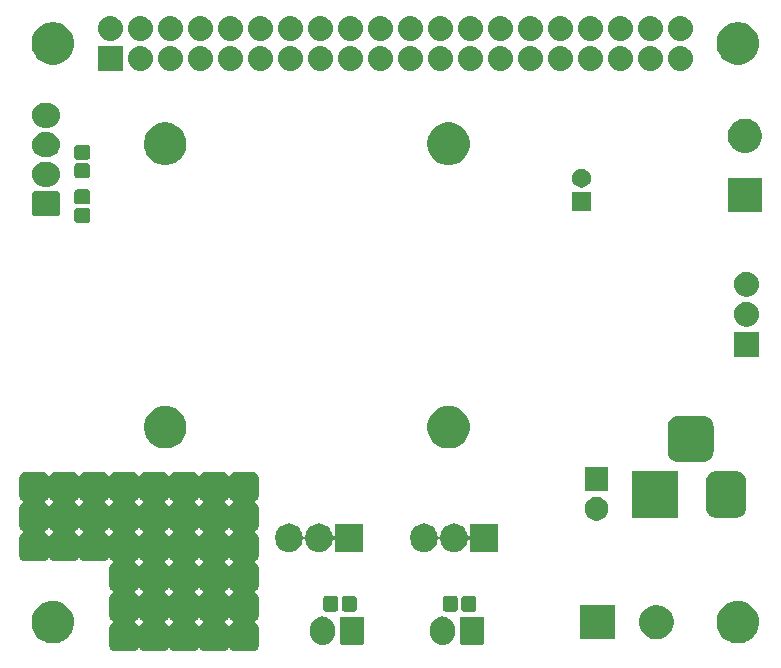
<source format=gbr>
G04 #@! TF.GenerationSoftware,KiCad,Pcbnew,(5.0.2)-1*
G04 #@! TF.CreationDate,2021-04-20T16:55:03+09:00*
G04 #@! TF.ProjectId,pi-ups,70692d75-7073-42e6-9b69-6361645f7063,rev?*
G04 #@! TF.SameCoordinates,Original*
G04 #@! TF.FileFunction,Soldermask,Bot*
G04 #@! TF.FilePolarity,Negative*
%FSLAX46Y46*%
G04 Gerber Fmt 4.6, Leading zero omitted, Abs format (unit mm)*
G04 Created by KiCad (PCBNEW (5.0.2)-1) date 2021/04/20 16:55:03*
%MOMM*%
%LPD*%
G01*
G04 APERTURE LIST*
%ADD10C,0.100000*%
G04 APERTURE END LIST*
D10*
G36*
X89697122Y-128301401D02*
X89802526Y-128333376D01*
X89899674Y-128385303D01*
X89984820Y-128455180D01*
X90054697Y-128540325D01*
X90059760Y-128549797D01*
X90073374Y-128570171D01*
X90090701Y-128587498D01*
X90111075Y-128601112D01*
X90133714Y-128610490D01*
X90157748Y-128615270D01*
X90182252Y-128615270D01*
X90206286Y-128610490D01*
X90228925Y-128601112D01*
X90249299Y-128587498D01*
X90266626Y-128570171D01*
X90280240Y-128549797D01*
X90285303Y-128540325D01*
X90355180Y-128455180D01*
X90440326Y-128385303D01*
X90537474Y-128333376D01*
X90642878Y-128301401D01*
X90758640Y-128290000D01*
X92121360Y-128290000D01*
X92237122Y-128301401D01*
X92342526Y-128333376D01*
X92439674Y-128385303D01*
X92524820Y-128455180D01*
X92594697Y-128540325D01*
X92599760Y-128549797D01*
X92613374Y-128570171D01*
X92630701Y-128587498D01*
X92651075Y-128601112D01*
X92673714Y-128610490D01*
X92697748Y-128615270D01*
X92722252Y-128615270D01*
X92746286Y-128610490D01*
X92768925Y-128601112D01*
X92789299Y-128587498D01*
X92806626Y-128570171D01*
X92820240Y-128549797D01*
X92825303Y-128540325D01*
X92895180Y-128455180D01*
X92980326Y-128385303D01*
X93077474Y-128333376D01*
X93182878Y-128301401D01*
X93298640Y-128290000D01*
X94661360Y-128290000D01*
X94777122Y-128301401D01*
X94882526Y-128333376D01*
X94979674Y-128385303D01*
X95064820Y-128455180D01*
X95134697Y-128540325D01*
X95139760Y-128549797D01*
X95153374Y-128570171D01*
X95170701Y-128587498D01*
X95191075Y-128601112D01*
X95213714Y-128610490D01*
X95237748Y-128615270D01*
X95262252Y-128615270D01*
X95286286Y-128610490D01*
X95308925Y-128601112D01*
X95329299Y-128587498D01*
X95346626Y-128570171D01*
X95360240Y-128549797D01*
X95365303Y-128540325D01*
X95435180Y-128455180D01*
X95520326Y-128385303D01*
X95617474Y-128333376D01*
X95722878Y-128301401D01*
X95838640Y-128290000D01*
X97201360Y-128290000D01*
X97317122Y-128301401D01*
X97422526Y-128333376D01*
X97519674Y-128385303D01*
X97604820Y-128455180D01*
X97674697Y-128540325D01*
X97679760Y-128549797D01*
X97693374Y-128570171D01*
X97710701Y-128587498D01*
X97731075Y-128601112D01*
X97753714Y-128610490D01*
X97777748Y-128615270D01*
X97802252Y-128615270D01*
X97826286Y-128610490D01*
X97848925Y-128601112D01*
X97869299Y-128587498D01*
X97886626Y-128570171D01*
X97900240Y-128549797D01*
X97905303Y-128540325D01*
X97975180Y-128455180D01*
X98060326Y-128385303D01*
X98157474Y-128333376D01*
X98262878Y-128301401D01*
X98378640Y-128290000D01*
X99741360Y-128290000D01*
X99857122Y-128301401D01*
X99962526Y-128333376D01*
X100059674Y-128385303D01*
X100144820Y-128455180D01*
X100214697Y-128540325D01*
X100219760Y-128549797D01*
X100233374Y-128570171D01*
X100250701Y-128587498D01*
X100271075Y-128601112D01*
X100293714Y-128610490D01*
X100317748Y-128615270D01*
X100342252Y-128615270D01*
X100366286Y-128610490D01*
X100388925Y-128601112D01*
X100409299Y-128587498D01*
X100426626Y-128570171D01*
X100440240Y-128549797D01*
X100445303Y-128540325D01*
X100515180Y-128455180D01*
X100600326Y-128385303D01*
X100697474Y-128333376D01*
X100802878Y-128301401D01*
X100918640Y-128290000D01*
X102281360Y-128290000D01*
X102397122Y-128301401D01*
X102502526Y-128333376D01*
X102599674Y-128385303D01*
X102684820Y-128455180D01*
X102754697Y-128540325D01*
X102759760Y-128549797D01*
X102773374Y-128570171D01*
X102790701Y-128587498D01*
X102811075Y-128601112D01*
X102833714Y-128610490D01*
X102857748Y-128615270D01*
X102882252Y-128615270D01*
X102906286Y-128610490D01*
X102928925Y-128601112D01*
X102949299Y-128587498D01*
X102966626Y-128570171D01*
X102980240Y-128549797D01*
X102985303Y-128540325D01*
X103055180Y-128455180D01*
X103140326Y-128385303D01*
X103237474Y-128333376D01*
X103342878Y-128301401D01*
X103458640Y-128290000D01*
X104821360Y-128290000D01*
X104937122Y-128301401D01*
X105042526Y-128333376D01*
X105139674Y-128385303D01*
X105224820Y-128455180D01*
X105294697Y-128540325D01*
X105299760Y-128549797D01*
X105313374Y-128570171D01*
X105330701Y-128587498D01*
X105351075Y-128601112D01*
X105373714Y-128610490D01*
X105397748Y-128615270D01*
X105422252Y-128615270D01*
X105446286Y-128610490D01*
X105468925Y-128601112D01*
X105489299Y-128587498D01*
X105506626Y-128570171D01*
X105520240Y-128549797D01*
X105525303Y-128540325D01*
X105595180Y-128455180D01*
X105680326Y-128385303D01*
X105777474Y-128333376D01*
X105882878Y-128301401D01*
X105998640Y-128290000D01*
X107361360Y-128290000D01*
X107477122Y-128301401D01*
X107582526Y-128333376D01*
X107679674Y-128385303D01*
X107764820Y-128455180D01*
X107834697Y-128540326D01*
X107886624Y-128637474D01*
X107918599Y-128742878D01*
X107930000Y-128858640D01*
X107930000Y-130221360D01*
X107918599Y-130337122D01*
X107886624Y-130442526D01*
X107834697Y-130539674D01*
X107764820Y-130624820D01*
X107679675Y-130694697D01*
X107670203Y-130699760D01*
X107649829Y-130713374D01*
X107632502Y-130730701D01*
X107618888Y-130751075D01*
X107609510Y-130773714D01*
X107604730Y-130797748D01*
X107604730Y-130822252D01*
X107609510Y-130846286D01*
X107618888Y-130868925D01*
X107632502Y-130889299D01*
X107649829Y-130906626D01*
X107670203Y-130920240D01*
X107679675Y-130925303D01*
X107764820Y-130995180D01*
X107834697Y-131080326D01*
X107886624Y-131177474D01*
X107918599Y-131282878D01*
X107930000Y-131398640D01*
X107930000Y-132761360D01*
X107918599Y-132877122D01*
X107886624Y-132982526D01*
X107834697Y-133079674D01*
X107764820Y-133164820D01*
X107679675Y-133234697D01*
X107670203Y-133239760D01*
X107649829Y-133253374D01*
X107632502Y-133270701D01*
X107618888Y-133291075D01*
X107609510Y-133313714D01*
X107604730Y-133337748D01*
X107604730Y-133362252D01*
X107609510Y-133386286D01*
X107618888Y-133408925D01*
X107632502Y-133429299D01*
X107649829Y-133446626D01*
X107670203Y-133460240D01*
X107679675Y-133465303D01*
X107764820Y-133535180D01*
X107834697Y-133620326D01*
X107886624Y-133717474D01*
X107918599Y-133822878D01*
X107930000Y-133938640D01*
X107930000Y-135301360D01*
X107918599Y-135417122D01*
X107886624Y-135522526D01*
X107834697Y-135619674D01*
X107764820Y-135704820D01*
X107679675Y-135774697D01*
X107670203Y-135779760D01*
X107649829Y-135793374D01*
X107632502Y-135810701D01*
X107618888Y-135831075D01*
X107609510Y-135853714D01*
X107604730Y-135877748D01*
X107604730Y-135902252D01*
X107609510Y-135926286D01*
X107618888Y-135948925D01*
X107632502Y-135969299D01*
X107649829Y-135986626D01*
X107670203Y-136000240D01*
X107679675Y-136005303D01*
X107764820Y-136075180D01*
X107834697Y-136160326D01*
X107886624Y-136257474D01*
X107918599Y-136362878D01*
X107930000Y-136478640D01*
X107930000Y-137841360D01*
X107918599Y-137957122D01*
X107886624Y-138062526D01*
X107834697Y-138159674D01*
X107764820Y-138244820D01*
X107679675Y-138314697D01*
X107670203Y-138319760D01*
X107649829Y-138333374D01*
X107632502Y-138350701D01*
X107618888Y-138371075D01*
X107609510Y-138393714D01*
X107604730Y-138417748D01*
X107604730Y-138442252D01*
X107609510Y-138466286D01*
X107618888Y-138488925D01*
X107632502Y-138509299D01*
X107649829Y-138526626D01*
X107670203Y-138540240D01*
X107679675Y-138545303D01*
X107764820Y-138615180D01*
X107834697Y-138700326D01*
X107886624Y-138797474D01*
X107918599Y-138902878D01*
X107930000Y-139018640D01*
X107930000Y-140381360D01*
X107918599Y-140497122D01*
X107886624Y-140602526D01*
X107834697Y-140699674D01*
X107764820Y-140784820D01*
X107679675Y-140854697D01*
X107670203Y-140859760D01*
X107649829Y-140873374D01*
X107632502Y-140890701D01*
X107618888Y-140911075D01*
X107609510Y-140933714D01*
X107604730Y-140957748D01*
X107604730Y-140982252D01*
X107609510Y-141006286D01*
X107618888Y-141028925D01*
X107632502Y-141049299D01*
X107649829Y-141066626D01*
X107670203Y-141080240D01*
X107679675Y-141085303D01*
X107764820Y-141155180D01*
X107834697Y-141240326D01*
X107886624Y-141337474D01*
X107918599Y-141442878D01*
X107930000Y-141558640D01*
X107930000Y-142921360D01*
X107918599Y-143037122D01*
X107886624Y-143142526D01*
X107834697Y-143239674D01*
X107764820Y-143324820D01*
X107679674Y-143394697D01*
X107582526Y-143446624D01*
X107477122Y-143478599D01*
X107361360Y-143490000D01*
X105998640Y-143490000D01*
X105882878Y-143478599D01*
X105777474Y-143446624D01*
X105680326Y-143394697D01*
X105595180Y-143324820D01*
X105525303Y-143239675D01*
X105520240Y-143230203D01*
X105506626Y-143209829D01*
X105489299Y-143192502D01*
X105468925Y-143178888D01*
X105446286Y-143169510D01*
X105422252Y-143164730D01*
X105397748Y-143164730D01*
X105373714Y-143169510D01*
X105351075Y-143178888D01*
X105330701Y-143192502D01*
X105313374Y-143209829D01*
X105299760Y-143230203D01*
X105294697Y-143239675D01*
X105224820Y-143324820D01*
X105139674Y-143394697D01*
X105042526Y-143446624D01*
X104937122Y-143478599D01*
X104821360Y-143490000D01*
X103458640Y-143490000D01*
X103342878Y-143478599D01*
X103237474Y-143446624D01*
X103140326Y-143394697D01*
X103055180Y-143324820D01*
X102985303Y-143239675D01*
X102980240Y-143230203D01*
X102966626Y-143209829D01*
X102949299Y-143192502D01*
X102928925Y-143178888D01*
X102906286Y-143169510D01*
X102882252Y-143164730D01*
X102857748Y-143164730D01*
X102833714Y-143169510D01*
X102811075Y-143178888D01*
X102790701Y-143192502D01*
X102773374Y-143209829D01*
X102759760Y-143230203D01*
X102754697Y-143239675D01*
X102684820Y-143324820D01*
X102599674Y-143394697D01*
X102502526Y-143446624D01*
X102397122Y-143478599D01*
X102281360Y-143490000D01*
X100918640Y-143490000D01*
X100802878Y-143478599D01*
X100697474Y-143446624D01*
X100600326Y-143394697D01*
X100515180Y-143324820D01*
X100445303Y-143239675D01*
X100440240Y-143230203D01*
X100426626Y-143209829D01*
X100409299Y-143192502D01*
X100388925Y-143178888D01*
X100366286Y-143169510D01*
X100342252Y-143164730D01*
X100317748Y-143164730D01*
X100293714Y-143169510D01*
X100271075Y-143178888D01*
X100250701Y-143192502D01*
X100233374Y-143209829D01*
X100219760Y-143230203D01*
X100214697Y-143239675D01*
X100144820Y-143324820D01*
X100059674Y-143394697D01*
X99962526Y-143446624D01*
X99857122Y-143478599D01*
X99741360Y-143490000D01*
X98378640Y-143490000D01*
X98262878Y-143478599D01*
X98157474Y-143446624D01*
X98060326Y-143394697D01*
X97975180Y-143324820D01*
X97905303Y-143239675D01*
X97900240Y-143230203D01*
X97886626Y-143209829D01*
X97869299Y-143192502D01*
X97848925Y-143178888D01*
X97826286Y-143169510D01*
X97802252Y-143164730D01*
X97777748Y-143164730D01*
X97753714Y-143169510D01*
X97731075Y-143178888D01*
X97710701Y-143192502D01*
X97693374Y-143209829D01*
X97679760Y-143230203D01*
X97674697Y-143239675D01*
X97604820Y-143324820D01*
X97519674Y-143394697D01*
X97422526Y-143446624D01*
X97317122Y-143478599D01*
X97201360Y-143490000D01*
X95838640Y-143490000D01*
X95722878Y-143478599D01*
X95617474Y-143446624D01*
X95520326Y-143394697D01*
X95435180Y-143324820D01*
X95365303Y-143239674D01*
X95313376Y-143142526D01*
X95281401Y-143037122D01*
X95270000Y-142921360D01*
X95270000Y-141558640D01*
X95281401Y-141442878D01*
X95313376Y-141337474D01*
X95365303Y-141240326D01*
X95435180Y-141155180D01*
X95520325Y-141085303D01*
X95529797Y-141080240D01*
X95550171Y-141066626D01*
X95567498Y-141049299D01*
X95581112Y-141028925D01*
X95590490Y-141006286D01*
X95595270Y-140982252D01*
X95595270Y-140957748D01*
X97444730Y-140957748D01*
X97444730Y-140982252D01*
X97449510Y-141006286D01*
X97458888Y-141028925D01*
X97472502Y-141049299D01*
X97489829Y-141066626D01*
X97510203Y-141080240D01*
X97519675Y-141085303D01*
X97604820Y-141155180D01*
X97674697Y-141240325D01*
X97679760Y-141249797D01*
X97693374Y-141270171D01*
X97710701Y-141287498D01*
X97731075Y-141301112D01*
X97753714Y-141310490D01*
X97777748Y-141315270D01*
X97802252Y-141315270D01*
X97826286Y-141310490D01*
X97848925Y-141301112D01*
X97869299Y-141287498D01*
X97886626Y-141270171D01*
X97900240Y-141249797D01*
X97905303Y-141240325D01*
X97975180Y-141155180D01*
X98060325Y-141085303D01*
X98069797Y-141080240D01*
X98090171Y-141066626D01*
X98107498Y-141049299D01*
X98121112Y-141028925D01*
X98130490Y-141006286D01*
X98135270Y-140982252D01*
X98135270Y-140957748D01*
X99984730Y-140957748D01*
X99984730Y-140982252D01*
X99989510Y-141006286D01*
X99998888Y-141028925D01*
X100012502Y-141049299D01*
X100029829Y-141066626D01*
X100050203Y-141080240D01*
X100059675Y-141085303D01*
X100144820Y-141155180D01*
X100214697Y-141240325D01*
X100219760Y-141249797D01*
X100233374Y-141270171D01*
X100250701Y-141287498D01*
X100271075Y-141301112D01*
X100293714Y-141310490D01*
X100317748Y-141315270D01*
X100342252Y-141315270D01*
X100366286Y-141310490D01*
X100388925Y-141301112D01*
X100409299Y-141287498D01*
X100426626Y-141270171D01*
X100440240Y-141249797D01*
X100445303Y-141240325D01*
X100515180Y-141155180D01*
X100600325Y-141085303D01*
X100609797Y-141080240D01*
X100630171Y-141066626D01*
X100647498Y-141049299D01*
X100661112Y-141028925D01*
X100670490Y-141006286D01*
X100675270Y-140982252D01*
X100675270Y-140957748D01*
X102524730Y-140957748D01*
X102524730Y-140982252D01*
X102529510Y-141006286D01*
X102538888Y-141028925D01*
X102552502Y-141049299D01*
X102569829Y-141066626D01*
X102590203Y-141080240D01*
X102599675Y-141085303D01*
X102684820Y-141155180D01*
X102754697Y-141240325D01*
X102759760Y-141249797D01*
X102773374Y-141270171D01*
X102790701Y-141287498D01*
X102811075Y-141301112D01*
X102833714Y-141310490D01*
X102857748Y-141315270D01*
X102882252Y-141315270D01*
X102906286Y-141310490D01*
X102928925Y-141301112D01*
X102949299Y-141287498D01*
X102966626Y-141270171D01*
X102980240Y-141249797D01*
X102985303Y-141240325D01*
X103055180Y-141155180D01*
X103140325Y-141085303D01*
X103149797Y-141080240D01*
X103170171Y-141066626D01*
X103187498Y-141049299D01*
X103201112Y-141028925D01*
X103210490Y-141006286D01*
X103215270Y-140982252D01*
X103215270Y-140957748D01*
X105064730Y-140957748D01*
X105064730Y-140982252D01*
X105069510Y-141006286D01*
X105078888Y-141028925D01*
X105092502Y-141049299D01*
X105109829Y-141066626D01*
X105130203Y-141080240D01*
X105139675Y-141085303D01*
X105224820Y-141155180D01*
X105294697Y-141240325D01*
X105299760Y-141249797D01*
X105313374Y-141270171D01*
X105330701Y-141287498D01*
X105351075Y-141301112D01*
X105373714Y-141310490D01*
X105397748Y-141315270D01*
X105422252Y-141315270D01*
X105446286Y-141310490D01*
X105468925Y-141301112D01*
X105489299Y-141287498D01*
X105506626Y-141270171D01*
X105520240Y-141249797D01*
X105525303Y-141240325D01*
X105595180Y-141155180D01*
X105680325Y-141085303D01*
X105689797Y-141080240D01*
X105710171Y-141066626D01*
X105727498Y-141049299D01*
X105741112Y-141028925D01*
X105750490Y-141006286D01*
X105755270Y-140982252D01*
X105755270Y-140957748D01*
X105750490Y-140933714D01*
X105741112Y-140911075D01*
X105727498Y-140890701D01*
X105710171Y-140873374D01*
X105689797Y-140859760D01*
X105680325Y-140854697D01*
X105595180Y-140784820D01*
X105525303Y-140699675D01*
X105520240Y-140690203D01*
X105506626Y-140669829D01*
X105489299Y-140652502D01*
X105468925Y-140638888D01*
X105446286Y-140629510D01*
X105422252Y-140624730D01*
X105397748Y-140624730D01*
X105373714Y-140629510D01*
X105351075Y-140638888D01*
X105330701Y-140652502D01*
X105313374Y-140669829D01*
X105299760Y-140690203D01*
X105294697Y-140699675D01*
X105224820Y-140784820D01*
X105139675Y-140854697D01*
X105130203Y-140859760D01*
X105109829Y-140873374D01*
X105092502Y-140890701D01*
X105078888Y-140911075D01*
X105069510Y-140933714D01*
X105064730Y-140957748D01*
X103215270Y-140957748D01*
X103210490Y-140933714D01*
X103201112Y-140911075D01*
X103187498Y-140890701D01*
X103170171Y-140873374D01*
X103149797Y-140859760D01*
X103140325Y-140854697D01*
X103055180Y-140784820D01*
X102985303Y-140699675D01*
X102980240Y-140690203D01*
X102966626Y-140669829D01*
X102949299Y-140652502D01*
X102928925Y-140638888D01*
X102906286Y-140629510D01*
X102882252Y-140624730D01*
X102857748Y-140624730D01*
X102833714Y-140629510D01*
X102811075Y-140638888D01*
X102790701Y-140652502D01*
X102773374Y-140669829D01*
X102759760Y-140690203D01*
X102754697Y-140699675D01*
X102684820Y-140784820D01*
X102599675Y-140854697D01*
X102590203Y-140859760D01*
X102569829Y-140873374D01*
X102552502Y-140890701D01*
X102538888Y-140911075D01*
X102529510Y-140933714D01*
X102524730Y-140957748D01*
X100675270Y-140957748D01*
X100670490Y-140933714D01*
X100661112Y-140911075D01*
X100647498Y-140890701D01*
X100630171Y-140873374D01*
X100609797Y-140859760D01*
X100600325Y-140854697D01*
X100515180Y-140784820D01*
X100445303Y-140699675D01*
X100440240Y-140690203D01*
X100426626Y-140669829D01*
X100409299Y-140652502D01*
X100388925Y-140638888D01*
X100366286Y-140629510D01*
X100342252Y-140624730D01*
X100317748Y-140624730D01*
X100293714Y-140629510D01*
X100271075Y-140638888D01*
X100250701Y-140652502D01*
X100233374Y-140669829D01*
X100219760Y-140690203D01*
X100214697Y-140699675D01*
X100144820Y-140784820D01*
X100059675Y-140854697D01*
X100050203Y-140859760D01*
X100029829Y-140873374D01*
X100012502Y-140890701D01*
X99998888Y-140911075D01*
X99989510Y-140933714D01*
X99984730Y-140957748D01*
X98135270Y-140957748D01*
X98130490Y-140933714D01*
X98121112Y-140911075D01*
X98107498Y-140890701D01*
X98090171Y-140873374D01*
X98069797Y-140859760D01*
X98060325Y-140854697D01*
X97975180Y-140784820D01*
X97905303Y-140699675D01*
X97900240Y-140690203D01*
X97886626Y-140669829D01*
X97869299Y-140652502D01*
X97848925Y-140638888D01*
X97826286Y-140629510D01*
X97802252Y-140624730D01*
X97777748Y-140624730D01*
X97753714Y-140629510D01*
X97731075Y-140638888D01*
X97710701Y-140652502D01*
X97693374Y-140669829D01*
X97679760Y-140690203D01*
X97674697Y-140699675D01*
X97604820Y-140784820D01*
X97519675Y-140854697D01*
X97510203Y-140859760D01*
X97489829Y-140873374D01*
X97472502Y-140890701D01*
X97458888Y-140911075D01*
X97449510Y-140933714D01*
X97444730Y-140957748D01*
X95595270Y-140957748D01*
X95590490Y-140933714D01*
X95581112Y-140911075D01*
X95567498Y-140890701D01*
X95550171Y-140873374D01*
X95529797Y-140859760D01*
X95520325Y-140854697D01*
X95435180Y-140784820D01*
X95365303Y-140699674D01*
X95313376Y-140602526D01*
X95281401Y-140497122D01*
X95270000Y-140381360D01*
X95270000Y-139018640D01*
X95281401Y-138902878D01*
X95313376Y-138797474D01*
X95365303Y-138700326D01*
X95435180Y-138615180D01*
X95520325Y-138545303D01*
X95529797Y-138540240D01*
X95550171Y-138526626D01*
X95567498Y-138509299D01*
X95581112Y-138488925D01*
X95590490Y-138466286D01*
X95595270Y-138442252D01*
X95595270Y-138417748D01*
X97444730Y-138417748D01*
X97444730Y-138442252D01*
X97449510Y-138466286D01*
X97458888Y-138488925D01*
X97472502Y-138509299D01*
X97489829Y-138526626D01*
X97510203Y-138540240D01*
X97519675Y-138545303D01*
X97604820Y-138615180D01*
X97674697Y-138700325D01*
X97679760Y-138709797D01*
X97693374Y-138730171D01*
X97710701Y-138747498D01*
X97731075Y-138761112D01*
X97753714Y-138770490D01*
X97777748Y-138775270D01*
X97802252Y-138775270D01*
X97826286Y-138770490D01*
X97848925Y-138761112D01*
X97869299Y-138747498D01*
X97886626Y-138730171D01*
X97900240Y-138709797D01*
X97905303Y-138700325D01*
X97975180Y-138615180D01*
X98060325Y-138545303D01*
X98069797Y-138540240D01*
X98090171Y-138526626D01*
X98107498Y-138509299D01*
X98121112Y-138488925D01*
X98130490Y-138466286D01*
X98135270Y-138442252D01*
X98135270Y-138417748D01*
X99984730Y-138417748D01*
X99984730Y-138442252D01*
X99989510Y-138466286D01*
X99998888Y-138488925D01*
X100012502Y-138509299D01*
X100029829Y-138526626D01*
X100050203Y-138540240D01*
X100059675Y-138545303D01*
X100144820Y-138615180D01*
X100214697Y-138700325D01*
X100219760Y-138709797D01*
X100233374Y-138730171D01*
X100250701Y-138747498D01*
X100271075Y-138761112D01*
X100293714Y-138770490D01*
X100317748Y-138775270D01*
X100342252Y-138775270D01*
X100366286Y-138770490D01*
X100388925Y-138761112D01*
X100409299Y-138747498D01*
X100426626Y-138730171D01*
X100440240Y-138709797D01*
X100445303Y-138700325D01*
X100515180Y-138615180D01*
X100600325Y-138545303D01*
X100609797Y-138540240D01*
X100630171Y-138526626D01*
X100647498Y-138509299D01*
X100661112Y-138488925D01*
X100670490Y-138466286D01*
X100675270Y-138442252D01*
X100675270Y-138417748D01*
X102524730Y-138417748D01*
X102524730Y-138442252D01*
X102529510Y-138466286D01*
X102538888Y-138488925D01*
X102552502Y-138509299D01*
X102569829Y-138526626D01*
X102590203Y-138540240D01*
X102599675Y-138545303D01*
X102684820Y-138615180D01*
X102754697Y-138700325D01*
X102759760Y-138709797D01*
X102773374Y-138730171D01*
X102790701Y-138747498D01*
X102811075Y-138761112D01*
X102833714Y-138770490D01*
X102857748Y-138775270D01*
X102882252Y-138775270D01*
X102906286Y-138770490D01*
X102928925Y-138761112D01*
X102949299Y-138747498D01*
X102966626Y-138730171D01*
X102980240Y-138709797D01*
X102985303Y-138700325D01*
X103055180Y-138615180D01*
X103140325Y-138545303D01*
X103149797Y-138540240D01*
X103170171Y-138526626D01*
X103187498Y-138509299D01*
X103201112Y-138488925D01*
X103210490Y-138466286D01*
X103215270Y-138442252D01*
X103215270Y-138417748D01*
X105064730Y-138417748D01*
X105064730Y-138442252D01*
X105069510Y-138466286D01*
X105078888Y-138488925D01*
X105092502Y-138509299D01*
X105109829Y-138526626D01*
X105130203Y-138540240D01*
X105139675Y-138545303D01*
X105224820Y-138615180D01*
X105294697Y-138700325D01*
X105299760Y-138709797D01*
X105313374Y-138730171D01*
X105330701Y-138747498D01*
X105351075Y-138761112D01*
X105373714Y-138770490D01*
X105397748Y-138775270D01*
X105422252Y-138775270D01*
X105446286Y-138770490D01*
X105468925Y-138761112D01*
X105489299Y-138747498D01*
X105506626Y-138730171D01*
X105520240Y-138709797D01*
X105525303Y-138700325D01*
X105595180Y-138615180D01*
X105680325Y-138545303D01*
X105689797Y-138540240D01*
X105710171Y-138526626D01*
X105727498Y-138509299D01*
X105741112Y-138488925D01*
X105750490Y-138466286D01*
X105755270Y-138442252D01*
X105755270Y-138417748D01*
X105750490Y-138393714D01*
X105741112Y-138371075D01*
X105727498Y-138350701D01*
X105710171Y-138333374D01*
X105689797Y-138319760D01*
X105680325Y-138314697D01*
X105595180Y-138244820D01*
X105525303Y-138159675D01*
X105520240Y-138150203D01*
X105506626Y-138129829D01*
X105489299Y-138112502D01*
X105468925Y-138098888D01*
X105446286Y-138089510D01*
X105422252Y-138084730D01*
X105397748Y-138084730D01*
X105373714Y-138089510D01*
X105351075Y-138098888D01*
X105330701Y-138112502D01*
X105313374Y-138129829D01*
X105299760Y-138150203D01*
X105294697Y-138159675D01*
X105224820Y-138244820D01*
X105139675Y-138314697D01*
X105130203Y-138319760D01*
X105109829Y-138333374D01*
X105092502Y-138350701D01*
X105078888Y-138371075D01*
X105069510Y-138393714D01*
X105064730Y-138417748D01*
X103215270Y-138417748D01*
X103210490Y-138393714D01*
X103201112Y-138371075D01*
X103187498Y-138350701D01*
X103170171Y-138333374D01*
X103149797Y-138319760D01*
X103140325Y-138314697D01*
X103055180Y-138244820D01*
X102985303Y-138159675D01*
X102980240Y-138150203D01*
X102966626Y-138129829D01*
X102949299Y-138112502D01*
X102928925Y-138098888D01*
X102906286Y-138089510D01*
X102882252Y-138084730D01*
X102857748Y-138084730D01*
X102833714Y-138089510D01*
X102811075Y-138098888D01*
X102790701Y-138112502D01*
X102773374Y-138129829D01*
X102759760Y-138150203D01*
X102754697Y-138159675D01*
X102684820Y-138244820D01*
X102599675Y-138314697D01*
X102590203Y-138319760D01*
X102569829Y-138333374D01*
X102552502Y-138350701D01*
X102538888Y-138371075D01*
X102529510Y-138393714D01*
X102524730Y-138417748D01*
X100675270Y-138417748D01*
X100670490Y-138393714D01*
X100661112Y-138371075D01*
X100647498Y-138350701D01*
X100630171Y-138333374D01*
X100609797Y-138319760D01*
X100600325Y-138314697D01*
X100515180Y-138244820D01*
X100445303Y-138159675D01*
X100440240Y-138150203D01*
X100426626Y-138129829D01*
X100409299Y-138112502D01*
X100388925Y-138098888D01*
X100366286Y-138089510D01*
X100342252Y-138084730D01*
X100317748Y-138084730D01*
X100293714Y-138089510D01*
X100271075Y-138098888D01*
X100250701Y-138112502D01*
X100233374Y-138129829D01*
X100219760Y-138150203D01*
X100214697Y-138159675D01*
X100144820Y-138244820D01*
X100059675Y-138314697D01*
X100050203Y-138319760D01*
X100029829Y-138333374D01*
X100012502Y-138350701D01*
X99998888Y-138371075D01*
X99989510Y-138393714D01*
X99984730Y-138417748D01*
X98135270Y-138417748D01*
X98130490Y-138393714D01*
X98121112Y-138371075D01*
X98107498Y-138350701D01*
X98090171Y-138333374D01*
X98069797Y-138319760D01*
X98060325Y-138314697D01*
X97975180Y-138244820D01*
X97905303Y-138159675D01*
X97900240Y-138150203D01*
X97886626Y-138129829D01*
X97869299Y-138112502D01*
X97848925Y-138098888D01*
X97826286Y-138089510D01*
X97802252Y-138084730D01*
X97777748Y-138084730D01*
X97753714Y-138089510D01*
X97731075Y-138098888D01*
X97710701Y-138112502D01*
X97693374Y-138129829D01*
X97679760Y-138150203D01*
X97674697Y-138159675D01*
X97604820Y-138244820D01*
X97519675Y-138314697D01*
X97510203Y-138319760D01*
X97489829Y-138333374D01*
X97472502Y-138350701D01*
X97458888Y-138371075D01*
X97449510Y-138393714D01*
X97444730Y-138417748D01*
X95595270Y-138417748D01*
X95590490Y-138393714D01*
X95581112Y-138371075D01*
X95567498Y-138350701D01*
X95550171Y-138333374D01*
X95529797Y-138319760D01*
X95520325Y-138314697D01*
X95435180Y-138244820D01*
X95365303Y-138159674D01*
X95313376Y-138062526D01*
X95281401Y-137957122D01*
X95270000Y-137841360D01*
X95270000Y-136478640D01*
X95281401Y-136362878D01*
X95313376Y-136257474D01*
X95365303Y-136160326D01*
X95435180Y-136075180D01*
X95520325Y-136005303D01*
X95529797Y-136000240D01*
X95550171Y-135986626D01*
X95567498Y-135969299D01*
X95581112Y-135948925D01*
X95590490Y-135926286D01*
X95595270Y-135902252D01*
X95595270Y-135877748D01*
X97444730Y-135877748D01*
X97444730Y-135902252D01*
X97449510Y-135926286D01*
X97458888Y-135948925D01*
X97472502Y-135969299D01*
X97489829Y-135986626D01*
X97510203Y-136000240D01*
X97519675Y-136005303D01*
X97604820Y-136075180D01*
X97674697Y-136160325D01*
X97679760Y-136169797D01*
X97693374Y-136190171D01*
X97710701Y-136207498D01*
X97731075Y-136221112D01*
X97753714Y-136230490D01*
X97777748Y-136235270D01*
X97802252Y-136235270D01*
X97826286Y-136230490D01*
X97848925Y-136221112D01*
X97869299Y-136207498D01*
X97886626Y-136190171D01*
X97900240Y-136169797D01*
X97905303Y-136160325D01*
X97975180Y-136075180D01*
X98060325Y-136005303D01*
X98069797Y-136000240D01*
X98090171Y-135986626D01*
X98107498Y-135969299D01*
X98121112Y-135948925D01*
X98130490Y-135926286D01*
X98135270Y-135902252D01*
X98135270Y-135877748D01*
X99984730Y-135877748D01*
X99984730Y-135902252D01*
X99989510Y-135926286D01*
X99998888Y-135948925D01*
X100012502Y-135969299D01*
X100029829Y-135986626D01*
X100050203Y-136000240D01*
X100059675Y-136005303D01*
X100144820Y-136075180D01*
X100214697Y-136160325D01*
X100219760Y-136169797D01*
X100233374Y-136190171D01*
X100250701Y-136207498D01*
X100271075Y-136221112D01*
X100293714Y-136230490D01*
X100317748Y-136235270D01*
X100342252Y-136235270D01*
X100366286Y-136230490D01*
X100388925Y-136221112D01*
X100409299Y-136207498D01*
X100426626Y-136190171D01*
X100440240Y-136169797D01*
X100445303Y-136160325D01*
X100515180Y-136075180D01*
X100600325Y-136005303D01*
X100609797Y-136000240D01*
X100630171Y-135986626D01*
X100647498Y-135969299D01*
X100661112Y-135948925D01*
X100670490Y-135926286D01*
X100675270Y-135902252D01*
X100675270Y-135877748D01*
X102524730Y-135877748D01*
X102524730Y-135902252D01*
X102529510Y-135926286D01*
X102538888Y-135948925D01*
X102552502Y-135969299D01*
X102569829Y-135986626D01*
X102590203Y-136000240D01*
X102599675Y-136005303D01*
X102684820Y-136075180D01*
X102754697Y-136160325D01*
X102759760Y-136169797D01*
X102773374Y-136190171D01*
X102790701Y-136207498D01*
X102811075Y-136221112D01*
X102833714Y-136230490D01*
X102857748Y-136235270D01*
X102882252Y-136235270D01*
X102906286Y-136230490D01*
X102928925Y-136221112D01*
X102949299Y-136207498D01*
X102966626Y-136190171D01*
X102980240Y-136169797D01*
X102985303Y-136160325D01*
X103055180Y-136075180D01*
X103140325Y-136005303D01*
X103149797Y-136000240D01*
X103170171Y-135986626D01*
X103187498Y-135969299D01*
X103201112Y-135948925D01*
X103210490Y-135926286D01*
X103215270Y-135902252D01*
X103215270Y-135877748D01*
X105064730Y-135877748D01*
X105064730Y-135902252D01*
X105069510Y-135926286D01*
X105078888Y-135948925D01*
X105092502Y-135969299D01*
X105109829Y-135986626D01*
X105130203Y-136000240D01*
X105139675Y-136005303D01*
X105224820Y-136075180D01*
X105294697Y-136160325D01*
X105299760Y-136169797D01*
X105313374Y-136190171D01*
X105330701Y-136207498D01*
X105351075Y-136221112D01*
X105373714Y-136230490D01*
X105397748Y-136235270D01*
X105422252Y-136235270D01*
X105446286Y-136230490D01*
X105468925Y-136221112D01*
X105489299Y-136207498D01*
X105506626Y-136190171D01*
X105520240Y-136169797D01*
X105525303Y-136160325D01*
X105595180Y-136075180D01*
X105680325Y-136005303D01*
X105689797Y-136000240D01*
X105710171Y-135986626D01*
X105727498Y-135969299D01*
X105741112Y-135948925D01*
X105750490Y-135926286D01*
X105755270Y-135902252D01*
X105755270Y-135877748D01*
X105750490Y-135853714D01*
X105741112Y-135831075D01*
X105727498Y-135810701D01*
X105710171Y-135793374D01*
X105689797Y-135779760D01*
X105680325Y-135774697D01*
X105595180Y-135704820D01*
X105525303Y-135619675D01*
X105520240Y-135610203D01*
X105506626Y-135589829D01*
X105489299Y-135572502D01*
X105468925Y-135558888D01*
X105446286Y-135549510D01*
X105422252Y-135544730D01*
X105397748Y-135544730D01*
X105373714Y-135549510D01*
X105351075Y-135558888D01*
X105330701Y-135572502D01*
X105313374Y-135589829D01*
X105299760Y-135610203D01*
X105294697Y-135619675D01*
X105224820Y-135704820D01*
X105139675Y-135774697D01*
X105130203Y-135779760D01*
X105109829Y-135793374D01*
X105092502Y-135810701D01*
X105078888Y-135831075D01*
X105069510Y-135853714D01*
X105064730Y-135877748D01*
X103215270Y-135877748D01*
X103210490Y-135853714D01*
X103201112Y-135831075D01*
X103187498Y-135810701D01*
X103170171Y-135793374D01*
X103149797Y-135779760D01*
X103140325Y-135774697D01*
X103055180Y-135704820D01*
X102985303Y-135619675D01*
X102980240Y-135610203D01*
X102966626Y-135589829D01*
X102949299Y-135572502D01*
X102928925Y-135558888D01*
X102906286Y-135549510D01*
X102882252Y-135544730D01*
X102857748Y-135544730D01*
X102833714Y-135549510D01*
X102811075Y-135558888D01*
X102790701Y-135572502D01*
X102773374Y-135589829D01*
X102759760Y-135610203D01*
X102754697Y-135619675D01*
X102684820Y-135704820D01*
X102599675Y-135774697D01*
X102590203Y-135779760D01*
X102569829Y-135793374D01*
X102552502Y-135810701D01*
X102538888Y-135831075D01*
X102529510Y-135853714D01*
X102524730Y-135877748D01*
X100675270Y-135877748D01*
X100670490Y-135853714D01*
X100661112Y-135831075D01*
X100647498Y-135810701D01*
X100630171Y-135793374D01*
X100609797Y-135779760D01*
X100600325Y-135774697D01*
X100515180Y-135704820D01*
X100445303Y-135619675D01*
X100440240Y-135610203D01*
X100426626Y-135589829D01*
X100409299Y-135572502D01*
X100388925Y-135558888D01*
X100366286Y-135549510D01*
X100342252Y-135544730D01*
X100317748Y-135544730D01*
X100293714Y-135549510D01*
X100271075Y-135558888D01*
X100250701Y-135572502D01*
X100233374Y-135589829D01*
X100219760Y-135610203D01*
X100214697Y-135619675D01*
X100144820Y-135704820D01*
X100059675Y-135774697D01*
X100050203Y-135779760D01*
X100029829Y-135793374D01*
X100012502Y-135810701D01*
X99998888Y-135831075D01*
X99989510Y-135853714D01*
X99984730Y-135877748D01*
X98135270Y-135877748D01*
X98130490Y-135853714D01*
X98121112Y-135831075D01*
X98107498Y-135810701D01*
X98090171Y-135793374D01*
X98069797Y-135779760D01*
X98060325Y-135774697D01*
X97975180Y-135704820D01*
X97905303Y-135619675D01*
X97900240Y-135610203D01*
X97886626Y-135589829D01*
X97869299Y-135572502D01*
X97848925Y-135558888D01*
X97826286Y-135549510D01*
X97802252Y-135544730D01*
X97777748Y-135544730D01*
X97753714Y-135549510D01*
X97731075Y-135558888D01*
X97710701Y-135572502D01*
X97693374Y-135589829D01*
X97679760Y-135610203D01*
X97674697Y-135619675D01*
X97604820Y-135704820D01*
X97519675Y-135774697D01*
X97510203Y-135779760D01*
X97489829Y-135793374D01*
X97472502Y-135810701D01*
X97458888Y-135831075D01*
X97449510Y-135853714D01*
X97444730Y-135877748D01*
X95595270Y-135877748D01*
X95590490Y-135853714D01*
X95581112Y-135831075D01*
X95567498Y-135810701D01*
X95550171Y-135793374D01*
X95529797Y-135779760D01*
X95520325Y-135774697D01*
X95435180Y-135704820D01*
X95365303Y-135619675D01*
X95360240Y-135610203D01*
X95346626Y-135589829D01*
X95329299Y-135572502D01*
X95308925Y-135558888D01*
X95286286Y-135549510D01*
X95262252Y-135544730D01*
X95237748Y-135544730D01*
X95213714Y-135549510D01*
X95191075Y-135558888D01*
X95170701Y-135572502D01*
X95153374Y-135589829D01*
X95139760Y-135610203D01*
X95134697Y-135619675D01*
X95064820Y-135704820D01*
X94979674Y-135774697D01*
X94882526Y-135826624D01*
X94777122Y-135858599D01*
X94661360Y-135870000D01*
X93298640Y-135870000D01*
X93182878Y-135858599D01*
X93077474Y-135826624D01*
X92980326Y-135774697D01*
X92895180Y-135704820D01*
X92825303Y-135619675D01*
X92820240Y-135610203D01*
X92806626Y-135589829D01*
X92789299Y-135572502D01*
X92768925Y-135558888D01*
X92746286Y-135549510D01*
X92722252Y-135544730D01*
X92697748Y-135544730D01*
X92673714Y-135549510D01*
X92651075Y-135558888D01*
X92630701Y-135572502D01*
X92613374Y-135589829D01*
X92599760Y-135610203D01*
X92594697Y-135619675D01*
X92524820Y-135704820D01*
X92439674Y-135774697D01*
X92342526Y-135826624D01*
X92237122Y-135858599D01*
X92121360Y-135870000D01*
X90758640Y-135870000D01*
X90642878Y-135858599D01*
X90537474Y-135826624D01*
X90440326Y-135774697D01*
X90355180Y-135704820D01*
X90285303Y-135619675D01*
X90280240Y-135610203D01*
X90266626Y-135589829D01*
X90249299Y-135572502D01*
X90228925Y-135558888D01*
X90206286Y-135549510D01*
X90182252Y-135544730D01*
X90157748Y-135544730D01*
X90133714Y-135549510D01*
X90111075Y-135558888D01*
X90090701Y-135572502D01*
X90073374Y-135589829D01*
X90059760Y-135610203D01*
X90054697Y-135619675D01*
X89984820Y-135704820D01*
X89899674Y-135774697D01*
X89802526Y-135826624D01*
X89697122Y-135858599D01*
X89581360Y-135870000D01*
X88218640Y-135870000D01*
X88102878Y-135858599D01*
X87997474Y-135826624D01*
X87900326Y-135774697D01*
X87815180Y-135704820D01*
X87745303Y-135619674D01*
X87693376Y-135522526D01*
X87661401Y-135417122D01*
X87650000Y-135301360D01*
X87650000Y-133938640D01*
X87661401Y-133822878D01*
X87693376Y-133717474D01*
X87745303Y-133620326D01*
X87815180Y-133535180D01*
X87900325Y-133465303D01*
X87909797Y-133460240D01*
X87930171Y-133446626D01*
X87947498Y-133429299D01*
X87961112Y-133408925D01*
X87970490Y-133386286D01*
X87975270Y-133362252D01*
X87975270Y-133337748D01*
X89824730Y-133337748D01*
X89824730Y-133362252D01*
X89829510Y-133386286D01*
X89838888Y-133408925D01*
X89852502Y-133429299D01*
X89869829Y-133446626D01*
X89890203Y-133460240D01*
X89899675Y-133465303D01*
X89984820Y-133535180D01*
X90054697Y-133620325D01*
X90059760Y-133629797D01*
X90073374Y-133650171D01*
X90090701Y-133667498D01*
X90111075Y-133681112D01*
X90133714Y-133690490D01*
X90157748Y-133695270D01*
X90182252Y-133695270D01*
X90206286Y-133690490D01*
X90228925Y-133681112D01*
X90249299Y-133667498D01*
X90266626Y-133650171D01*
X90280240Y-133629797D01*
X90285303Y-133620325D01*
X90355180Y-133535180D01*
X90440325Y-133465303D01*
X90449797Y-133460240D01*
X90470171Y-133446626D01*
X90487498Y-133429299D01*
X90501112Y-133408925D01*
X90510490Y-133386286D01*
X90515270Y-133362252D01*
X90515270Y-133337748D01*
X92364730Y-133337748D01*
X92364730Y-133362252D01*
X92369510Y-133386286D01*
X92378888Y-133408925D01*
X92392502Y-133429299D01*
X92409829Y-133446626D01*
X92430203Y-133460240D01*
X92439675Y-133465303D01*
X92524820Y-133535180D01*
X92594697Y-133620325D01*
X92599760Y-133629797D01*
X92613374Y-133650171D01*
X92630701Y-133667498D01*
X92651075Y-133681112D01*
X92673714Y-133690490D01*
X92697748Y-133695270D01*
X92722252Y-133695270D01*
X92746286Y-133690490D01*
X92768925Y-133681112D01*
X92789299Y-133667498D01*
X92806626Y-133650171D01*
X92820240Y-133629797D01*
X92825303Y-133620325D01*
X92895180Y-133535180D01*
X92980325Y-133465303D01*
X92989797Y-133460240D01*
X93010171Y-133446626D01*
X93027498Y-133429299D01*
X93041112Y-133408925D01*
X93050490Y-133386286D01*
X93055270Y-133362252D01*
X93055270Y-133337748D01*
X94904730Y-133337748D01*
X94904730Y-133362252D01*
X94909510Y-133386286D01*
X94918888Y-133408925D01*
X94932502Y-133429299D01*
X94949829Y-133446626D01*
X94970203Y-133460240D01*
X94979675Y-133465303D01*
X95064820Y-133535180D01*
X95134697Y-133620325D01*
X95139760Y-133629797D01*
X95153374Y-133650171D01*
X95170701Y-133667498D01*
X95191075Y-133681112D01*
X95213714Y-133690490D01*
X95237748Y-133695270D01*
X95262252Y-133695270D01*
X95286286Y-133690490D01*
X95308925Y-133681112D01*
X95329299Y-133667498D01*
X95346626Y-133650171D01*
X95360240Y-133629797D01*
X95365303Y-133620325D01*
X95435180Y-133535180D01*
X95520325Y-133465303D01*
X95529797Y-133460240D01*
X95550171Y-133446626D01*
X95567498Y-133429299D01*
X95581112Y-133408925D01*
X95590490Y-133386286D01*
X95595270Y-133362252D01*
X95595270Y-133337748D01*
X97444730Y-133337748D01*
X97444730Y-133362252D01*
X97449510Y-133386286D01*
X97458888Y-133408925D01*
X97472502Y-133429299D01*
X97489829Y-133446626D01*
X97510203Y-133460240D01*
X97519675Y-133465303D01*
X97604820Y-133535180D01*
X97674697Y-133620325D01*
X97679760Y-133629797D01*
X97693374Y-133650171D01*
X97710701Y-133667498D01*
X97731075Y-133681112D01*
X97753714Y-133690490D01*
X97777748Y-133695270D01*
X97802252Y-133695270D01*
X97826286Y-133690490D01*
X97848925Y-133681112D01*
X97869299Y-133667498D01*
X97886626Y-133650171D01*
X97900240Y-133629797D01*
X97905303Y-133620325D01*
X97975180Y-133535180D01*
X98060325Y-133465303D01*
X98069797Y-133460240D01*
X98090171Y-133446626D01*
X98107498Y-133429299D01*
X98121112Y-133408925D01*
X98130490Y-133386286D01*
X98135270Y-133362252D01*
X98135270Y-133337748D01*
X99984730Y-133337748D01*
X99984730Y-133362252D01*
X99989510Y-133386286D01*
X99998888Y-133408925D01*
X100012502Y-133429299D01*
X100029829Y-133446626D01*
X100050203Y-133460240D01*
X100059675Y-133465303D01*
X100144820Y-133535180D01*
X100214697Y-133620325D01*
X100219760Y-133629797D01*
X100233374Y-133650171D01*
X100250701Y-133667498D01*
X100271075Y-133681112D01*
X100293714Y-133690490D01*
X100317748Y-133695270D01*
X100342252Y-133695270D01*
X100366286Y-133690490D01*
X100388925Y-133681112D01*
X100409299Y-133667498D01*
X100426626Y-133650171D01*
X100440240Y-133629797D01*
X100445303Y-133620325D01*
X100515180Y-133535180D01*
X100600325Y-133465303D01*
X100609797Y-133460240D01*
X100630171Y-133446626D01*
X100647498Y-133429299D01*
X100661112Y-133408925D01*
X100670490Y-133386286D01*
X100675270Y-133362252D01*
X100675270Y-133337748D01*
X102524730Y-133337748D01*
X102524730Y-133362252D01*
X102529510Y-133386286D01*
X102538888Y-133408925D01*
X102552502Y-133429299D01*
X102569829Y-133446626D01*
X102590203Y-133460240D01*
X102599675Y-133465303D01*
X102684820Y-133535180D01*
X102754697Y-133620325D01*
X102759760Y-133629797D01*
X102773374Y-133650171D01*
X102790701Y-133667498D01*
X102811075Y-133681112D01*
X102833714Y-133690490D01*
X102857748Y-133695270D01*
X102882252Y-133695270D01*
X102906286Y-133690490D01*
X102928925Y-133681112D01*
X102949299Y-133667498D01*
X102966626Y-133650171D01*
X102980240Y-133629797D01*
X102985303Y-133620325D01*
X103055180Y-133535180D01*
X103140325Y-133465303D01*
X103149797Y-133460240D01*
X103170171Y-133446626D01*
X103187498Y-133429299D01*
X103201112Y-133408925D01*
X103210490Y-133386286D01*
X103215270Y-133362252D01*
X103215270Y-133337748D01*
X105064730Y-133337748D01*
X105064730Y-133362252D01*
X105069510Y-133386286D01*
X105078888Y-133408925D01*
X105092502Y-133429299D01*
X105109829Y-133446626D01*
X105130203Y-133460240D01*
X105139675Y-133465303D01*
X105224820Y-133535180D01*
X105294697Y-133620325D01*
X105299760Y-133629797D01*
X105313374Y-133650171D01*
X105330701Y-133667498D01*
X105351075Y-133681112D01*
X105373714Y-133690490D01*
X105397748Y-133695270D01*
X105422252Y-133695270D01*
X105446286Y-133690490D01*
X105468925Y-133681112D01*
X105489299Y-133667498D01*
X105506626Y-133650171D01*
X105520240Y-133629797D01*
X105525303Y-133620325D01*
X105595180Y-133535180D01*
X105680325Y-133465303D01*
X105689797Y-133460240D01*
X105710171Y-133446626D01*
X105727498Y-133429299D01*
X105741112Y-133408925D01*
X105750490Y-133386286D01*
X105755270Y-133362252D01*
X105755270Y-133337748D01*
X105750490Y-133313714D01*
X105741112Y-133291075D01*
X105727498Y-133270701D01*
X105710171Y-133253374D01*
X105689797Y-133239760D01*
X105680325Y-133234697D01*
X105595180Y-133164820D01*
X105525303Y-133079675D01*
X105520240Y-133070203D01*
X105506626Y-133049829D01*
X105489299Y-133032502D01*
X105468925Y-133018888D01*
X105446286Y-133009510D01*
X105422252Y-133004730D01*
X105397748Y-133004730D01*
X105373714Y-133009510D01*
X105351075Y-133018888D01*
X105330701Y-133032502D01*
X105313374Y-133049829D01*
X105299760Y-133070203D01*
X105294697Y-133079675D01*
X105224820Y-133164820D01*
X105139675Y-133234697D01*
X105130203Y-133239760D01*
X105109829Y-133253374D01*
X105092502Y-133270701D01*
X105078888Y-133291075D01*
X105069510Y-133313714D01*
X105064730Y-133337748D01*
X103215270Y-133337748D01*
X103210490Y-133313714D01*
X103201112Y-133291075D01*
X103187498Y-133270701D01*
X103170171Y-133253374D01*
X103149797Y-133239760D01*
X103140325Y-133234697D01*
X103055180Y-133164820D01*
X102985303Y-133079675D01*
X102980240Y-133070203D01*
X102966626Y-133049829D01*
X102949299Y-133032502D01*
X102928925Y-133018888D01*
X102906286Y-133009510D01*
X102882252Y-133004730D01*
X102857748Y-133004730D01*
X102833714Y-133009510D01*
X102811075Y-133018888D01*
X102790701Y-133032502D01*
X102773374Y-133049829D01*
X102759760Y-133070203D01*
X102754697Y-133079675D01*
X102684820Y-133164820D01*
X102599675Y-133234697D01*
X102590203Y-133239760D01*
X102569829Y-133253374D01*
X102552502Y-133270701D01*
X102538888Y-133291075D01*
X102529510Y-133313714D01*
X102524730Y-133337748D01*
X100675270Y-133337748D01*
X100670490Y-133313714D01*
X100661112Y-133291075D01*
X100647498Y-133270701D01*
X100630171Y-133253374D01*
X100609797Y-133239760D01*
X100600325Y-133234697D01*
X100515180Y-133164820D01*
X100445303Y-133079675D01*
X100440240Y-133070203D01*
X100426626Y-133049829D01*
X100409299Y-133032502D01*
X100388925Y-133018888D01*
X100366286Y-133009510D01*
X100342252Y-133004730D01*
X100317748Y-133004730D01*
X100293714Y-133009510D01*
X100271075Y-133018888D01*
X100250701Y-133032502D01*
X100233374Y-133049829D01*
X100219760Y-133070203D01*
X100214697Y-133079675D01*
X100144820Y-133164820D01*
X100059675Y-133234697D01*
X100050203Y-133239760D01*
X100029829Y-133253374D01*
X100012502Y-133270701D01*
X99998888Y-133291075D01*
X99989510Y-133313714D01*
X99984730Y-133337748D01*
X98135270Y-133337748D01*
X98130490Y-133313714D01*
X98121112Y-133291075D01*
X98107498Y-133270701D01*
X98090171Y-133253374D01*
X98069797Y-133239760D01*
X98060325Y-133234697D01*
X97975180Y-133164820D01*
X97905303Y-133079675D01*
X97900240Y-133070203D01*
X97886626Y-133049829D01*
X97869299Y-133032502D01*
X97848925Y-133018888D01*
X97826286Y-133009510D01*
X97802252Y-133004730D01*
X97777748Y-133004730D01*
X97753714Y-133009510D01*
X97731075Y-133018888D01*
X97710701Y-133032502D01*
X97693374Y-133049829D01*
X97679760Y-133070203D01*
X97674697Y-133079675D01*
X97604820Y-133164820D01*
X97519675Y-133234697D01*
X97510203Y-133239760D01*
X97489829Y-133253374D01*
X97472502Y-133270701D01*
X97458888Y-133291075D01*
X97449510Y-133313714D01*
X97444730Y-133337748D01*
X95595270Y-133337748D01*
X95590490Y-133313714D01*
X95581112Y-133291075D01*
X95567498Y-133270701D01*
X95550171Y-133253374D01*
X95529797Y-133239760D01*
X95520325Y-133234697D01*
X95435180Y-133164820D01*
X95365303Y-133079675D01*
X95360240Y-133070203D01*
X95346626Y-133049829D01*
X95329299Y-133032502D01*
X95308925Y-133018888D01*
X95286286Y-133009510D01*
X95262252Y-133004730D01*
X95237748Y-133004730D01*
X95213714Y-133009510D01*
X95191075Y-133018888D01*
X95170701Y-133032502D01*
X95153374Y-133049829D01*
X95139760Y-133070203D01*
X95134697Y-133079675D01*
X95064820Y-133164820D01*
X94979675Y-133234697D01*
X94970203Y-133239760D01*
X94949829Y-133253374D01*
X94932502Y-133270701D01*
X94918888Y-133291075D01*
X94909510Y-133313714D01*
X94904730Y-133337748D01*
X93055270Y-133337748D01*
X93050490Y-133313714D01*
X93041112Y-133291075D01*
X93027498Y-133270701D01*
X93010171Y-133253374D01*
X92989797Y-133239760D01*
X92980325Y-133234697D01*
X92895180Y-133164820D01*
X92825303Y-133079675D01*
X92820240Y-133070203D01*
X92806626Y-133049829D01*
X92789299Y-133032502D01*
X92768925Y-133018888D01*
X92746286Y-133009510D01*
X92722252Y-133004730D01*
X92697748Y-133004730D01*
X92673714Y-133009510D01*
X92651075Y-133018888D01*
X92630701Y-133032502D01*
X92613374Y-133049829D01*
X92599760Y-133070203D01*
X92594697Y-133079675D01*
X92524820Y-133164820D01*
X92439675Y-133234697D01*
X92430203Y-133239760D01*
X92409829Y-133253374D01*
X92392502Y-133270701D01*
X92378888Y-133291075D01*
X92369510Y-133313714D01*
X92364730Y-133337748D01*
X90515270Y-133337748D01*
X90510490Y-133313714D01*
X90501112Y-133291075D01*
X90487498Y-133270701D01*
X90470171Y-133253374D01*
X90449797Y-133239760D01*
X90440325Y-133234697D01*
X90355180Y-133164820D01*
X90285303Y-133079675D01*
X90280240Y-133070203D01*
X90266626Y-133049829D01*
X90249299Y-133032502D01*
X90228925Y-133018888D01*
X90206286Y-133009510D01*
X90182252Y-133004730D01*
X90157748Y-133004730D01*
X90133714Y-133009510D01*
X90111075Y-133018888D01*
X90090701Y-133032502D01*
X90073374Y-133049829D01*
X90059760Y-133070203D01*
X90054697Y-133079675D01*
X89984820Y-133164820D01*
X89899675Y-133234697D01*
X89890203Y-133239760D01*
X89869829Y-133253374D01*
X89852502Y-133270701D01*
X89838888Y-133291075D01*
X89829510Y-133313714D01*
X89824730Y-133337748D01*
X87975270Y-133337748D01*
X87970490Y-133313714D01*
X87961112Y-133291075D01*
X87947498Y-133270701D01*
X87930171Y-133253374D01*
X87909797Y-133239760D01*
X87900325Y-133234697D01*
X87815180Y-133164820D01*
X87745303Y-133079674D01*
X87693376Y-132982526D01*
X87661401Y-132877122D01*
X87650000Y-132761360D01*
X87650000Y-131398640D01*
X87661401Y-131282878D01*
X87693376Y-131177474D01*
X87745303Y-131080326D01*
X87815180Y-130995180D01*
X87900325Y-130925303D01*
X87909797Y-130920240D01*
X87930171Y-130906626D01*
X87947498Y-130889299D01*
X87961112Y-130868925D01*
X87970490Y-130846286D01*
X87975270Y-130822252D01*
X87975270Y-130797748D01*
X89824730Y-130797748D01*
X89824730Y-130822252D01*
X89829510Y-130846286D01*
X89838888Y-130868925D01*
X89852502Y-130889299D01*
X89869829Y-130906626D01*
X89890203Y-130920240D01*
X89899675Y-130925303D01*
X89984820Y-130995180D01*
X90054697Y-131080325D01*
X90059760Y-131089797D01*
X90073374Y-131110171D01*
X90090701Y-131127498D01*
X90111075Y-131141112D01*
X90133714Y-131150490D01*
X90157748Y-131155270D01*
X90182252Y-131155270D01*
X90206286Y-131150490D01*
X90228925Y-131141112D01*
X90249299Y-131127498D01*
X90266626Y-131110171D01*
X90280240Y-131089797D01*
X90285303Y-131080325D01*
X90355180Y-130995180D01*
X90440325Y-130925303D01*
X90449797Y-130920240D01*
X90470171Y-130906626D01*
X90487498Y-130889299D01*
X90501112Y-130868925D01*
X90510490Y-130846286D01*
X90515270Y-130822252D01*
X90515270Y-130797748D01*
X92364730Y-130797748D01*
X92364730Y-130822252D01*
X92369510Y-130846286D01*
X92378888Y-130868925D01*
X92392502Y-130889299D01*
X92409829Y-130906626D01*
X92430203Y-130920240D01*
X92439675Y-130925303D01*
X92524820Y-130995180D01*
X92594697Y-131080325D01*
X92599760Y-131089797D01*
X92613374Y-131110171D01*
X92630701Y-131127498D01*
X92651075Y-131141112D01*
X92673714Y-131150490D01*
X92697748Y-131155270D01*
X92722252Y-131155270D01*
X92746286Y-131150490D01*
X92768925Y-131141112D01*
X92789299Y-131127498D01*
X92806626Y-131110171D01*
X92820240Y-131089797D01*
X92825303Y-131080325D01*
X92895180Y-130995180D01*
X92980325Y-130925303D01*
X92989797Y-130920240D01*
X93010171Y-130906626D01*
X93027498Y-130889299D01*
X93041112Y-130868925D01*
X93050490Y-130846286D01*
X93055270Y-130822252D01*
X93055270Y-130797748D01*
X94904730Y-130797748D01*
X94904730Y-130822252D01*
X94909510Y-130846286D01*
X94918888Y-130868925D01*
X94932502Y-130889299D01*
X94949829Y-130906626D01*
X94970203Y-130920240D01*
X94979675Y-130925303D01*
X95064820Y-130995180D01*
X95134697Y-131080325D01*
X95139760Y-131089797D01*
X95153374Y-131110171D01*
X95170701Y-131127498D01*
X95191075Y-131141112D01*
X95213714Y-131150490D01*
X95237748Y-131155270D01*
X95262252Y-131155270D01*
X95286286Y-131150490D01*
X95308925Y-131141112D01*
X95329299Y-131127498D01*
X95346626Y-131110171D01*
X95360240Y-131089797D01*
X95365303Y-131080325D01*
X95435180Y-130995180D01*
X95520325Y-130925303D01*
X95529797Y-130920240D01*
X95550171Y-130906626D01*
X95567498Y-130889299D01*
X95581112Y-130868925D01*
X95590490Y-130846286D01*
X95595270Y-130822252D01*
X95595270Y-130797748D01*
X97444730Y-130797748D01*
X97444730Y-130822252D01*
X97449510Y-130846286D01*
X97458888Y-130868925D01*
X97472502Y-130889299D01*
X97489829Y-130906626D01*
X97510203Y-130920240D01*
X97519675Y-130925303D01*
X97604820Y-130995180D01*
X97674697Y-131080325D01*
X97679760Y-131089797D01*
X97693374Y-131110171D01*
X97710701Y-131127498D01*
X97731075Y-131141112D01*
X97753714Y-131150490D01*
X97777748Y-131155270D01*
X97802252Y-131155270D01*
X97826286Y-131150490D01*
X97848925Y-131141112D01*
X97869299Y-131127498D01*
X97886626Y-131110171D01*
X97900240Y-131089797D01*
X97905303Y-131080325D01*
X97975180Y-130995180D01*
X98060325Y-130925303D01*
X98069797Y-130920240D01*
X98090171Y-130906626D01*
X98107498Y-130889299D01*
X98121112Y-130868925D01*
X98130490Y-130846286D01*
X98135270Y-130822252D01*
X98135270Y-130797748D01*
X99984730Y-130797748D01*
X99984730Y-130822252D01*
X99989510Y-130846286D01*
X99998888Y-130868925D01*
X100012502Y-130889299D01*
X100029829Y-130906626D01*
X100050203Y-130920240D01*
X100059675Y-130925303D01*
X100144820Y-130995180D01*
X100214697Y-131080325D01*
X100219760Y-131089797D01*
X100233374Y-131110171D01*
X100250701Y-131127498D01*
X100271075Y-131141112D01*
X100293714Y-131150490D01*
X100317748Y-131155270D01*
X100342252Y-131155270D01*
X100366286Y-131150490D01*
X100388925Y-131141112D01*
X100409299Y-131127498D01*
X100426626Y-131110171D01*
X100440240Y-131089797D01*
X100445303Y-131080325D01*
X100515180Y-130995180D01*
X100600325Y-130925303D01*
X100609797Y-130920240D01*
X100630171Y-130906626D01*
X100647498Y-130889299D01*
X100661112Y-130868925D01*
X100670490Y-130846286D01*
X100675270Y-130822252D01*
X100675270Y-130797748D01*
X102524730Y-130797748D01*
X102524730Y-130822252D01*
X102529510Y-130846286D01*
X102538888Y-130868925D01*
X102552502Y-130889299D01*
X102569829Y-130906626D01*
X102590203Y-130920240D01*
X102599675Y-130925303D01*
X102684820Y-130995180D01*
X102754697Y-131080325D01*
X102759760Y-131089797D01*
X102773374Y-131110171D01*
X102790701Y-131127498D01*
X102811075Y-131141112D01*
X102833714Y-131150490D01*
X102857748Y-131155270D01*
X102882252Y-131155270D01*
X102906286Y-131150490D01*
X102928925Y-131141112D01*
X102949299Y-131127498D01*
X102966626Y-131110171D01*
X102980240Y-131089797D01*
X102985303Y-131080325D01*
X103055180Y-130995180D01*
X103140325Y-130925303D01*
X103149797Y-130920240D01*
X103170171Y-130906626D01*
X103187498Y-130889299D01*
X103201112Y-130868925D01*
X103210490Y-130846286D01*
X103215270Y-130822252D01*
X103215270Y-130797748D01*
X105064730Y-130797748D01*
X105064730Y-130822252D01*
X105069510Y-130846286D01*
X105078888Y-130868925D01*
X105092502Y-130889299D01*
X105109829Y-130906626D01*
X105130203Y-130920240D01*
X105139675Y-130925303D01*
X105224820Y-130995180D01*
X105294697Y-131080325D01*
X105299760Y-131089797D01*
X105313374Y-131110171D01*
X105330701Y-131127498D01*
X105351075Y-131141112D01*
X105373714Y-131150490D01*
X105397748Y-131155270D01*
X105422252Y-131155270D01*
X105446286Y-131150490D01*
X105468925Y-131141112D01*
X105489299Y-131127498D01*
X105506626Y-131110171D01*
X105520240Y-131089797D01*
X105525303Y-131080325D01*
X105595180Y-130995180D01*
X105680325Y-130925303D01*
X105689797Y-130920240D01*
X105710171Y-130906626D01*
X105727498Y-130889299D01*
X105741112Y-130868925D01*
X105750490Y-130846286D01*
X105755270Y-130822252D01*
X105755270Y-130797748D01*
X105750490Y-130773714D01*
X105741112Y-130751075D01*
X105727498Y-130730701D01*
X105710171Y-130713374D01*
X105689797Y-130699760D01*
X105680325Y-130694697D01*
X105595180Y-130624820D01*
X105525303Y-130539675D01*
X105520240Y-130530203D01*
X105506626Y-130509829D01*
X105489299Y-130492502D01*
X105468925Y-130478888D01*
X105446286Y-130469510D01*
X105422252Y-130464730D01*
X105397748Y-130464730D01*
X105373714Y-130469510D01*
X105351075Y-130478888D01*
X105330701Y-130492502D01*
X105313374Y-130509829D01*
X105299760Y-130530203D01*
X105294697Y-130539675D01*
X105224820Y-130624820D01*
X105139675Y-130694697D01*
X105130203Y-130699760D01*
X105109829Y-130713374D01*
X105092502Y-130730701D01*
X105078888Y-130751075D01*
X105069510Y-130773714D01*
X105064730Y-130797748D01*
X103215270Y-130797748D01*
X103210490Y-130773714D01*
X103201112Y-130751075D01*
X103187498Y-130730701D01*
X103170171Y-130713374D01*
X103149797Y-130699760D01*
X103140325Y-130694697D01*
X103055180Y-130624820D01*
X102985303Y-130539675D01*
X102980240Y-130530203D01*
X102966626Y-130509829D01*
X102949299Y-130492502D01*
X102928925Y-130478888D01*
X102906286Y-130469510D01*
X102882252Y-130464730D01*
X102857748Y-130464730D01*
X102833714Y-130469510D01*
X102811075Y-130478888D01*
X102790701Y-130492502D01*
X102773374Y-130509829D01*
X102759760Y-130530203D01*
X102754697Y-130539675D01*
X102684820Y-130624820D01*
X102599675Y-130694697D01*
X102590203Y-130699760D01*
X102569829Y-130713374D01*
X102552502Y-130730701D01*
X102538888Y-130751075D01*
X102529510Y-130773714D01*
X102524730Y-130797748D01*
X100675270Y-130797748D01*
X100670490Y-130773714D01*
X100661112Y-130751075D01*
X100647498Y-130730701D01*
X100630171Y-130713374D01*
X100609797Y-130699760D01*
X100600325Y-130694697D01*
X100515180Y-130624820D01*
X100445303Y-130539675D01*
X100440240Y-130530203D01*
X100426626Y-130509829D01*
X100409299Y-130492502D01*
X100388925Y-130478888D01*
X100366286Y-130469510D01*
X100342252Y-130464730D01*
X100317748Y-130464730D01*
X100293714Y-130469510D01*
X100271075Y-130478888D01*
X100250701Y-130492502D01*
X100233374Y-130509829D01*
X100219760Y-130530203D01*
X100214697Y-130539675D01*
X100144820Y-130624820D01*
X100059675Y-130694697D01*
X100050203Y-130699760D01*
X100029829Y-130713374D01*
X100012502Y-130730701D01*
X99998888Y-130751075D01*
X99989510Y-130773714D01*
X99984730Y-130797748D01*
X98135270Y-130797748D01*
X98130490Y-130773714D01*
X98121112Y-130751075D01*
X98107498Y-130730701D01*
X98090171Y-130713374D01*
X98069797Y-130699760D01*
X98060325Y-130694697D01*
X97975180Y-130624820D01*
X97905303Y-130539675D01*
X97900240Y-130530203D01*
X97886626Y-130509829D01*
X97869299Y-130492502D01*
X97848925Y-130478888D01*
X97826286Y-130469510D01*
X97802252Y-130464730D01*
X97777748Y-130464730D01*
X97753714Y-130469510D01*
X97731075Y-130478888D01*
X97710701Y-130492502D01*
X97693374Y-130509829D01*
X97679760Y-130530203D01*
X97674697Y-130539675D01*
X97604820Y-130624820D01*
X97519675Y-130694697D01*
X97510203Y-130699760D01*
X97489829Y-130713374D01*
X97472502Y-130730701D01*
X97458888Y-130751075D01*
X97449510Y-130773714D01*
X97444730Y-130797748D01*
X95595270Y-130797748D01*
X95590490Y-130773714D01*
X95581112Y-130751075D01*
X95567498Y-130730701D01*
X95550171Y-130713374D01*
X95529797Y-130699760D01*
X95520325Y-130694697D01*
X95435180Y-130624820D01*
X95365303Y-130539675D01*
X95360240Y-130530203D01*
X95346626Y-130509829D01*
X95329299Y-130492502D01*
X95308925Y-130478888D01*
X95286286Y-130469510D01*
X95262252Y-130464730D01*
X95237748Y-130464730D01*
X95213714Y-130469510D01*
X95191075Y-130478888D01*
X95170701Y-130492502D01*
X95153374Y-130509829D01*
X95139760Y-130530203D01*
X95134697Y-130539675D01*
X95064820Y-130624820D01*
X94979675Y-130694697D01*
X94970203Y-130699760D01*
X94949829Y-130713374D01*
X94932502Y-130730701D01*
X94918888Y-130751075D01*
X94909510Y-130773714D01*
X94904730Y-130797748D01*
X93055270Y-130797748D01*
X93050490Y-130773714D01*
X93041112Y-130751075D01*
X93027498Y-130730701D01*
X93010171Y-130713374D01*
X92989797Y-130699760D01*
X92980325Y-130694697D01*
X92895180Y-130624820D01*
X92825303Y-130539675D01*
X92820240Y-130530203D01*
X92806626Y-130509829D01*
X92789299Y-130492502D01*
X92768925Y-130478888D01*
X92746286Y-130469510D01*
X92722252Y-130464730D01*
X92697748Y-130464730D01*
X92673714Y-130469510D01*
X92651075Y-130478888D01*
X92630701Y-130492502D01*
X92613374Y-130509829D01*
X92599760Y-130530203D01*
X92594697Y-130539675D01*
X92524820Y-130624820D01*
X92439675Y-130694697D01*
X92430203Y-130699760D01*
X92409829Y-130713374D01*
X92392502Y-130730701D01*
X92378888Y-130751075D01*
X92369510Y-130773714D01*
X92364730Y-130797748D01*
X90515270Y-130797748D01*
X90510490Y-130773714D01*
X90501112Y-130751075D01*
X90487498Y-130730701D01*
X90470171Y-130713374D01*
X90449797Y-130699760D01*
X90440325Y-130694697D01*
X90355180Y-130624820D01*
X90285303Y-130539675D01*
X90280240Y-130530203D01*
X90266626Y-130509829D01*
X90249299Y-130492502D01*
X90228925Y-130478888D01*
X90206286Y-130469510D01*
X90182252Y-130464730D01*
X90157748Y-130464730D01*
X90133714Y-130469510D01*
X90111075Y-130478888D01*
X90090701Y-130492502D01*
X90073374Y-130509829D01*
X90059760Y-130530203D01*
X90054697Y-130539675D01*
X89984820Y-130624820D01*
X89899675Y-130694697D01*
X89890203Y-130699760D01*
X89869829Y-130713374D01*
X89852502Y-130730701D01*
X89838888Y-130751075D01*
X89829510Y-130773714D01*
X89824730Y-130797748D01*
X87975270Y-130797748D01*
X87970490Y-130773714D01*
X87961112Y-130751075D01*
X87947498Y-130730701D01*
X87930171Y-130713374D01*
X87909797Y-130699760D01*
X87900325Y-130694697D01*
X87815180Y-130624820D01*
X87745303Y-130539674D01*
X87693376Y-130442526D01*
X87661401Y-130337122D01*
X87650000Y-130221360D01*
X87650000Y-128858640D01*
X87661401Y-128742878D01*
X87693376Y-128637474D01*
X87745303Y-128540326D01*
X87815180Y-128455180D01*
X87900326Y-128385303D01*
X87997474Y-128333376D01*
X88102878Y-128301401D01*
X88218640Y-128290000D01*
X89581360Y-128290000D01*
X89697122Y-128301401D01*
X89697122Y-128301401D01*
G37*
G36*
X123689836Y-140547193D02*
X123811324Y-140584046D01*
X123887763Y-140607233D01*
X124070172Y-140704733D01*
X124167757Y-140784820D01*
X124230054Y-140835946D01*
X124361267Y-140995829D01*
X124409092Y-141085303D01*
X124458767Y-141178238D01*
X124458767Y-141178239D01*
X124518807Y-141376165D01*
X124534000Y-141530423D01*
X124534000Y-141933578D01*
X124518807Y-142087836D01*
X124478780Y-142219787D01*
X124458767Y-142285763D01*
X124361267Y-142468172D01*
X124257067Y-142595139D01*
X124230054Y-142628054D01*
X124070171Y-142759267D01*
X123951300Y-142822805D01*
X123887762Y-142856767D01*
X123854146Y-142866964D01*
X123689835Y-142916807D01*
X123484000Y-142937080D01*
X123278164Y-142916807D01*
X123113853Y-142866964D01*
X123080237Y-142856767D01*
X122897828Y-142759267D01*
X122737946Y-142628054D01*
X122710933Y-142595139D01*
X122606733Y-142468171D01*
X122509234Y-142285763D01*
X122509233Y-142285762D01*
X122460858Y-142126289D01*
X122449193Y-142087835D01*
X122434000Y-141933577D01*
X122434000Y-141530422D01*
X122449193Y-141376164D01*
X122490399Y-141240325D01*
X122509233Y-141178237D01*
X122606734Y-140995828D01*
X122617876Y-140982252D01*
X122737947Y-140835946D01*
X122800244Y-140784820D01*
X122897829Y-140704733D01*
X123080238Y-140607233D01*
X123156677Y-140584046D01*
X123278165Y-140547193D01*
X123484000Y-140526920D01*
X123689836Y-140547193D01*
X123689836Y-140547193D01*
G37*
G36*
X113529836Y-140547193D02*
X113651324Y-140584046D01*
X113727763Y-140607233D01*
X113910172Y-140704733D01*
X114007757Y-140784820D01*
X114070054Y-140835946D01*
X114201267Y-140995829D01*
X114249092Y-141085303D01*
X114298767Y-141178238D01*
X114298767Y-141178239D01*
X114358807Y-141376165D01*
X114374000Y-141530423D01*
X114374000Y-141933578D01*
X114358807Y-142087836D01*
X114318780Y-142219787D01*
X114298767Y-142285763D01*
X114201267Y-142468172D01*
X114097067Y-142595139D01*
X114070054Y-142628054D01*
X113910171Y-142759267D01*
X113791300Y-142822805D01*
X113727762Y-142856767D01*
X113694146Y-142866964D01*
X113529835Y-142916807D01*
X113324000Y-142937080D01*
X113118164Y-142916807D01*
X112953853Y-142866964D01*
X112920237Y-142856767D01*
X112737828Y-142759267D01*
X112577946Y-142628054D01*
X112550933Y-142595139D01*
X112446733Y-142468171D01*
X112349234Y-142285763D01*
X112349233Y-142285762D01*
X112300858Y-142126289D01*
X112289193Y-142087835D01*
X112274000Y-141933577D01*
X112274000Y-141530422D01*
X112289193Y-141376164D01*
X112330399Y-141240325D01*
X112349233Y-141178237D01*
X112446734Y-140995828D01*
X112457876Y-140982252D01*
X112577947Y-140835946D01*
X112640244Y-140784820D01*
X112737829Y-140704733D01*
X112920238Y-140607233D01*
X112996677Y-140584046D01*
X113118165Y-140547193D01*
X113324000Y-140526920D01*
X113529836Y-140547193D01*
X113529836Y-140547193D01*
G37*
G36*
X126856325Y-140536831D02*
X126897598Y-140549351D01*
X126935629Y-140569679D01*
X126968964Y-140597036D01*
X126996321Y-140630371D01*
X127016649Y-140668402D01*
X127029169Y-140709675D01*
X127034000Y-140758726D01*
X127034000Y-142705274D01*
X127029169Y-142754325D01*
X127016649Y-142795598D01*
X126996321Y-142833629D01*
X126968964Y-142866964D01*
X126935629Y-142894321D01*
X126897598Y-142914649D01*
X126856325Y-142927169D01*
X126807274Y-142932000D01*
X125160726Y-142932000D01*
X125111675Y-142927169D01*
X125070402Y-142914649D01*
X125032371Y-142894321D01*
X124999036Y-142866964D01*
X124971679Y-142833629D01*
X124951351Y-142795598D01*
X124938831Y-142754325D01*
X124934000Y-142705274D01*
X124934000Y-140758726D01*
X124938831Y-140709675D01*
X124951351Y-140668402D01*
X124971679Y-140630371D01*
X124999036Y-140597036D01*
X125032371Y-140569679D01*
X125070402Y-140549351D01*
X125111675Y-140536831D01*
X125160726Y-140532000D01*
X126807274Y-140532000D01*
X126856325Y-140536831D01*
X126856325Y-140536831D01*
G37*
G36*
X116696325Y-140536831D02*
X116737598Y-140549351D01*
X116775629Y-140569679D01*
X116808964Y-140597036D01*
X116836321Y-140630371D01*
X116856649Y-140668402D01*
X116869169Y-140709675D01*
X116874000Y-140758726D01*
X116874000Y-142705274D01*
X116869169Y-142754325D01*
X116856649Y-142795598D01*
X116836321Y-142833629D01*
X116808964Y-142866964D01*
X116775629Y-142894321D01*
X116737598Y-142914649D01*
X116696325Y-142927169D01*
X116647274Y-142932000D01*
X115000726Y-142932000D01*
X114951675Y-142927169D01*
X114910402Y-142914649D01*
X114872371Y-142894321D01*
X114839036Y-142866964D01*
X114811679Y-142833629D01*
X114791351Y-142795598D01*
X114778831Y-142754325D01*
X114774000Y-142705274D01*
X114774000Y-140758726D01*
X114778831Y-140709675D01*
X114791351Y-140668402D01*
X114811679Y-140630371D01*
X114839036Y-140597036D01*
X114872371Y-140569679D01*
X114910402Y-140549351D01*
X114951675Y-140536831D01*
X115000726Y-140532000D01*
X116647274Y-140532000D01*
X116696325Y-140536831D01*
X116696325Y-140536831D01*
G37*
G36*
X90909122Y-139246115D02*
X91025041Y-139269173D01*
X91352620Y-139404861D01*
X91643511Y-139599228D01*
X91647436Y-139601851D01*
X91898149Y-139852564D01*
X91898151Y-139852567D01*
X92095139Y-140147380D01*
X92230827Y-140474959D01*
X92249668Y-140569679D01*
X92300000Y-140822714D01*
X92300000Y-141177286D01*
X92281524Y-141270171D01*
X92230827Y-141525041D01*
X92095139Y-141852620D01*
X92041044Y-141933579D01*
X91898149Y-142147436D01*
X91647436Y-142398149D01*
X91647433Y-142398151D01*
X91352620Y-142595139D01*
X91352619Y-142595140D01*
X91352618Y-142595140D01*
X91273156Y-142628054D01*
X91025041Y-142730827D01*
X90909122Y-142753885D01*
X90677286Y-142800000D01*
X90322714Y-142800000D01*
X90090878Y-142753885D01*
X89974959Y-142730827D01*
X89726844Y-142628054D01*
X89647382Y-142595140D01*
X89647381Y-142595140D01*
X89647380Y-142595139D01*
X89352567Y-142398151D01*
X89352564Y-142398149D01*
X89101851Y-142147436D01*
X88958956Y-141933579D01*
X88904861Y-141852620D01*
X88769173Y-141525041D01*
X88718476Y-141270171D01*
X88700000Y-141177286D01*
X88700000Y-140822714D01*
X88750332Y-140569679D01*
X88769173Y-140474959D01*
X88904861Y-140147380D01*
X89101849Y-139852567D01*
X89101851Y-139852564D01*
X89352564Y-139601851D01*
X89356489Y-139599228D01*
X89647380Y-139404861D01*
X89974959Y-139269173D01*
X90090878Y-139246115D01*
X90322714Y-139200000D01*
X90677286Y-139200000D01*
X90909122Y-139246115D01*
X90909122Y-139246115D01*
G37*
G36*
X148909122Y-139246115D02*
X149025041Y-139269173D01*
X149352620Y-139404861D01*
X149643511Y-139599228D01*
X149647436Y-139601851D01*
X149898149Y-139852564D01*
X149898151Y-139852567D01*
X150095139Y-140147380D01*
X150230827Y-140474959D01*
X150249668Y-140569679D01*
X150300000Y-140822714D01*
X150300000Y-141177286D01*
X150281524Y-141270171D01*
X150230827Y-141525041D01*
X150095139Y-141852620D01*
X150041044Y-141933579D01*
X149898149Y-142147436D01*
X149647436Y-142398149D01*
X149647433Y-142398151D01*
X149352620Y-142595139D01*
X149352619Y-142595140D01*
X149352618Y-142595140D01*
X149273156Y-142628054D01*
X149025041Y-142730827D01*
X148909122Y-142753885D01*
X148677286Y-142800000D01*
X148322714Y-142800000D01*
X148090878Y-142753885D01*
X147974959Y-142730827D01*
X147726844Y-142628054D01*
X147647382Y-142595140D01*
X147647381Y-142595140D01*
X147647380Y-142595139D01*
X147352567Y-142398151D01*
X147352564Y-142398149D01*
X147101851Y-142147436D01*
X146958956Y-141933579D01*
X146904861Y-141852620D01*
X146769173Y-141525041D01*
X146718476Y-141270171D01*
X146700000Y-141177286D01*
X146700000Y-140822714D01*
X146750332Y-140569679D01*
X146769173Y-140474959D01*
X146904861Y-140147380D01*
X147101849Y-139852567D01*
X147101851Y-139852564D01*
X147352564Y-139601851D01*
X147356489Y-139599228D01*
X147647380Y-139404861D01*
X147974959Y-139269173D01*
X148090878Y-139246115D01*
X148322714Y-139200000D01*
X148677286Y-139200000D01*
X148909122Y-139246115D01*
X148909122Y-139246115D01*
G37*
G36*
X142027947Y-139605722D02*
X142291833Y-139715027D01*
X142529324Y-139873713D01*
X142731287Y-140075676D01*
X142889973Y-140313167D01*
X142999278Y-140577053D01*
X143055000Y-140857186D01*
X143055000Y-141142814D01*
X142999278Y-141422947D01*
X142889973Y-141686833D01*
X142731287Y-141924324D01*
X142529324Y-142126287D01*
X142291833Y-142284973D01*
X142027947Y-142394278D01*
X141747814Y-142450000D01*
X141462186Y-142450000D01*
X141182053Y-142394278D01*
X140918167Y-142284973D01*
X140680676Y-142126287D01*
X140478713Y-141924324D01*
X140320027Y-141686833D01*
X140210722Y-141422947D01*
X140155000Y-141142814D01*
X140155000Y-140857186D01*
X140210722Y-140577053D01*
X140320027Y-140313167D01*
X140478713Y-140075676D01*
X140680676Y-139873713D01*
X140918167Y-139715027D01*
X141182053Y-139605722D01*
X141462186Y-139550000D01*
X141747814Y-139550000D01*
X142027947Y-139605722D01*
X142027947Y-139605722D01*
G37*
G36*
X138055000Y-142450000D02*
X135155000Y-142450000D01*
X135155000Y-139550000D01*
X138055000Y-139550000D01*
X138055000Y-142450000D01*
X138055000Y-142450000D01*
G37*
G36*
X116026622Y-138776517D02*
X116074585Y-138791066D01*
X116118775Y-138814686D01*
X116157518Y-138846482D01*
X116189314Y-138885225D01*
X116212934Y-138929415D01*
X116227483Y-138977378D01*
X116233000Y-139033391D01*
X116233000Y-139858609D01*
X116227483Y-139914622D01*
X116212934Y-139962585D01*
X116189314Y-140006775D01*
X116157518Y-140045518D01*
X116118775Y-140077314D01*
X116074585Y-140100934D01*
X116026622Y-140115483D01*
X115970609Y-140121000D01*
X115220391Y-140121000D01*
X115164378Y-140115483D01*
X115116415Y-140100934D01*
X115072225Y-140077314D01*
X115033482Y-140045518D01*
X115001686Y-140006775D01*
X114978066Y-139962585D01*
X114963517Y-139914622D01*
X114958000Y-139858609D01*
X114958000Y-139033391D01*
X114963517Y-138977378D01*
X114978066Y-138929415D01*
X115001686Y-138885225D01*
X115033482Y-138846482D01*
X115072225Y-138814686D01*
X115116415Y-138791066D01*
X115164378Y-138776517D01*
X115220391Y-138771000D01*
X115970609Y-138771000D01*
X116026622Y-138776517D01*
X116026622Y-138776517D01*
G37*
G36*
X126161122Y-138776517D02*
X126209085Y-138791066D01*
X126253275Y-138814686D01*
X126292018Y-138846482D01*
X126323814Y-138885225D01*
X126347434Y-138929415D01*
X126361983Y-138977378D01*
X126367500Y-139033391D01*
X126367500Y-139858609D01*
X126361983Y-139914622D01*
X126347434Y-139962585D01*
X126323814Y-140006775D01*
X126292018Y-140045518D01*
X126253275Y-140077314D01*
X126209085Y-140100934D01*
X126161122Y-140115483D01*
X126105109Y-140121000D01*
X125354891Y-140121000D01*
X125298878Y-140115483D01*
X125250915Y-140100934D01*
X125206725Y-140077314D01*
X125167982Y-140045518D01*
X125136186Y-140006775D01*
X125112566Y-139962585D01*
X125098017Y-139914622D01*
X125092500Y-139858609D01*
X125092500Y-139033391D01*
X125098017Y-138977378D01*
X125112566Y-138929415D01*
X125136186Y-138885225D01*
X125167982Y-138846482D01*
X125206725Y-138814686D01*
X125250915Y-138791066D01*
X125298878Y-138776517D01*
X125354891Y-138771000D01*
X126105109Y-138771000D01*
X126161122Y-138776517D01*
X126161122Y-138776517D01*
G37*
G36*
X124586122Y-138776517D02*
X124634085Y-138791066D01*
X124678275Y-138814686D01*
X124717018Y-138846482D01*
X124748814Y-138885225D01*
X124772434Y-138929415D01*
X124786983Y-138977378D01*
X124792500Y-139033391D01*
X124792500Y-139858609D01*
X124786983Y-139914622D01*
X124772434Y-139962585D01*
X124748814Y-140006775D01*
X124717018Y-140045518D01*
X124678275Y-140077314D01*
X124634085Y-140100934D01*
X124586122Y-140115483D01*
X124530109Y-140121000D01*
X123779891Y-140121000D01*
X123723878Y-140115483D01*
X123675915Y-140100934D01*
X123631725Y-140077314D01*
X123592982Y-140045518D01*
X123561186Y-140006775D01*
X123537566Y-139962585D01*
X123523017Y-139914622D01*
X123517500Y-139858609D01*
X123517500Y-139033391D01*
X123523017Y-138977378D01*
X123537566Y-138929415D01*
X123561186Y-138885225D01*
X123592982Y-138846482D01*
X123631725Y-138814686D01*
X123675915Y-138791066D01*
X123723878Y-138776517D01*
X123779891Y-138771000D01*
X124530109Y-138771000D01*
X124586122Y-138776517D01*
X124586122Y-138776517D01*
G37*
G36*
X114451622Y-138776517D02*
X114499585Y-138791066D01*
X114543775Y-138814686D01*
X114582518Y-138846482D01*
X114614314Y-138885225D01*
X114637934Y-138929415D01*
X114652483Y-138977378D01*
X114658000Y-139033391D01*
X114658000Y-139858609D01*
X114652483Y-139914622D01*
X114637934Y-139962585D01*
X114614314Y-140006775D01*
X114582518Y-140045518D01*
X114543775Y-140077314D01*
X114499585Y-140100934D01*
X114451622Y-140115483D01*
X114395609Y-140121000D01*
X113645391Y-140121000D01*
X113589378Y-140115483D01*
X113541415Y-140100934D01*
X113497225Y-140077314D01*
X113458482Y-140045518D01*
X113426686Y-140006775D01*
X113403066Y-139962585D01*
X113388517Y-139914622D01*
X113383000Y-139858609D01*
X113383000Y-139033391D01*
X113388517Y-138977378D01*
X113403066Y-138929415D01*
X113426686Y-138885225D01*
X113458482Y-138846482D01*
X113497225Y-138814686D01*
X113541415Y-138791066D01*
X113589378Y-138776517D01*
X113645391Y-138771000D01*
X114395609Y-138771000D01*
X114451622Y-138776517D01*
X114451622Y-138776517D01*
G37*
G36*
X113255929Y-132674676D02*
X113355894Y-132705000D01*
X113473177Y-132740577D01*
X113673395Y-132847596D01*
X113848881Y-132991613D01*
X113944898Y-133108611D01*
X113992905Y-133167108D01*
X113992906Y-133167110D01*
X114099923Y-133367324D01*
X114105675Y-133386286D01*
X114165824Y-133584571D01*
X114165824Y-133584573D01*
X114168102Y-133607702D01*
X114172883Y-133631736D01*
X114182260Y-133654375D01*
X114195874Y-133674749D01*
X114213201Y-133692076D01*
X114233576Y-133705690D01*
X114256215Y-133715068D01*
X114280248Y-133719848D01*
X114304752Y-133719848D01*
X114328786Y-133715067D01*
X114351425Y-133705690D01*
X114371799Y-133692076D01*
X114389126Y-133674749D01*
X114402740Y-133654374D01*
X114412118Y-133631735D01*
X114417500Y-133595450D01*
X114417500Y-132658000D01*
X116722500Y-132658000D01*
X116722500Y-135058000D01*
X114417500Y-135058000D01*
X114417500Y-134120551D01*
X114415098Y-134096165D01*
X114407985Y-134072716D01*
X114396434Y-134051105D01*
X114380888Y-134032163D01*
X114361946Y-134016617D01*
X114340335Y-134005066D01*
X114316886Y-133997953D01*
X114292500Y-133995551D01*
X114268114Y-133997953D01*
X114244665Y-134005066D01*
X114223054Y-134016617D01*
X114204112Y-134032163D01*
X114188566Y-134051105D01*
X114177015Y-134072716D01*
X114168102Y-134108299D01*
X114165824Y-134131428D01*
X114099923Y-134348677D01*
X113992904Y-134548895D01*
X113848887Y-134724381D01*
X113731889Y-134820398D01*
X113673392Y-134868405D01*
X113673390Y-134868406D01*
X113473176Y-134975423D01*
X113364551Y-135008374D01*
X113255928Y-135041324D01*
X113030000Y-135063576D01*
X112804071Y-135041324D01*
X112695447Y-135008373D01*
X112586823Y-134975423D01*
X112386605Y-134868404D01*
X112211119Y-134724387D01*
X112115102Y-134607389D01*
X112067095Y-134548892D01*
X111960078Y-134348677D01*
X111960077Y-134348676D01*
X111927126Y-134240051D01*
X111894176Y-134131428D01*
X111884398Y-134032151D01*
X111879617Y-134008117D01*
X111870240Y-133985478D01*
X111856626Y-133965104D01*
X111839299Y-133947777D01*
X111818924Y-133934163D01*
X111796285Y-133924785D01*
X111772252Y-133920005D01*
X111747748Y-133920005D01*
X111723714Y-133924786D01*
X111701075Y-133934163D01*
X111680701Y-133947777D01*
X111663374Y-133965104D01*
X111649760Y-133985479D01*
X111640382Y-134008118D01*
X111635602Y-134032151D01*
X111625824Y-134131428D01*
X111559923Y-134348677D01*
X111452904Y-134548895D01*
X111308887Y-134724381D01*
X111191889Y-134820398D01*
X111133392Y-134868405D01*
X111133390Y-134868406D01*
X110933176Y-134975423D01*
X110824551Y-135008374D01*
X110715928Y-135041324D01*
X110490000Y-135063576D01*
X110264071Y-135041324D01*
X110155447Y-135008373D01*
X110046823Y-134975423D01*
X109846605Y-134868404D01*
X109671119Y-134724387D01*
X109575102Y-134607389D01*
X109527095Y-134548892D01*
X109420078Y-134348677D01*
X109420077Y-134348676D01*
X109387126Y-134240051D01*
X109354176Y-134131428D01*
X109339801Y-133985478D01*
X109337500Y-133962115D01*
X109337500Y-133753884D01*
X109354176Y-133584572D01*
X109363736Y-133553058D01*
X109401277Y-133429299D01*
X109420077Y-133367323D01*
X109488261Y-133239760D01*
X109527095Y-133167107D01*
X109598850Y-133079674D01*
X109671117Y-132991616D01*
X109846606Y-132847596D01*
X110046824Y-132740577D01*
X110164107Y-132705000D01*
X110264072Y-132674676D01*
X110490000Y-132652424D01*
X110715929Y-132674676D01*
X110815894Y-132705000D01*
X110933177Y-132740577D01*
X111133395Y-132847596D01*
X111308881Y-132991613D01*
X111404898Y-133108611D01*
X111452905Y-133167108D01*
X111452906Y-133167110D01*
X111559923Y-133367324D01*
X111565675Y-133386286D01*
X111625824Y-133584571D01*
X111625824Y-133584573D01*
X111635602Y-133683849D01*
X111640383Y-133707883D01*
X111649760Y-133730522D01*
X111663374Y-133750896D01*
X111680701Y-133768223D01*
X111701076Y-133781837D01*
X111723715Y-133791215D01*
X111747748Y-133795995D01*
X111772252Y-133795995D01*
X111796286Y-133791214D01*
X111818925Y-133781837D01*
X111839299Y-133768223D01*
X111856626Y-133750896D01*
X111870240Y-133730521D01*
X111879618Y-133707882D01*
X111884398Y-133683849D01*
X111889722Y-133629797D01*
X111894176Y-133584571D01*
X111941277Y-133429299D01*
X111960077Y-133367323D01*
X112028261Y-133239760D01*
X112067095Y-133167107D01*
X112138850Y-133079674D01*
X112211117Y-132991616D01*
X112386606Y-132847596D01*
X112586824Y-132740577D01*
X112704107Y-132705000D01*
X112804072Y-132674676D01*
X113030000Y-132652424D01*
X113255929Y-132674676D01*
X113255929Y-132674676D01*
G37*
G36*
X124685929Y-132674676D02*
X124785894Y-132705000D01*
X124903177Y-132740577D01*
X125103395Y-132847596D01*
X125278881Y-132991613D01*
X125374898Y-133108611D01*
X125422905Y-133167108D01*
X125422906Y-133167110D01*
X125529923Y-133367324D01*
X125535675Y-133386286D01*
X125595824Y-133584571D01*
X125595824Y-133584573D01*
X125598102Y-133607702D01*
X125602883Y-133631736D01*
X125612260Y-133654375D01*
X125625874Y-133674749D01*
X125643201Y-133692076D01*
X125663576Y-133705690D01*
X125686215Y-133715068D01*
X125710248Y-133719848D01*
X125734752Y-133719848D01*
X125758786Y-133715067D01*
X125781425Y-133705690D01*
X125801799Y-133692076D01*
X125819126Y-133674749D01*
X125832740Y-133654374D01*
X125842118Y-133631735D01*
X125847500Y-133595450D01*
X125847500Y-132658000D01*
X128152500Y-132658000D01*
X128152500Y-135058000D01*
X125847500Y-135058000D01*
X125847500Y-134120551D01*
X125845098Y-134096165D01*
X125837985Y-134072716D01*
X125826434Y-134051105D01*
X125810888Y-134032163D01*
X125791946Y-134016617D01*
X125770335Y-134005066D01*
X125746886Y-133997953D01*
X125722500Y-133995551D01*
X125698114Y-133997953D01*
X125674665Y-134005066D01*
X125653054Y-134016617D01*
X125634112Y-134032163D01*
X125618566Y-134051105D01*
X125607015Y-134072716D01*
X125598102Y-134108299D01*
X125595824Y-134131428D01*
X125529923Y-134348677D01*
X125422904Y-134548895D01*
X125278887Y-134724381D01*
X125161889Y-134820398D01*
X125103392Y-134868405D01*
X125103390Y-134868406D01*
X124903176Y-134975423D01*
X124794551Y-135008374D01*
X124685928Y-135041324D01*
X124460000Y-135063576D01*
X124234071Y-135041324D01*
X124125447Y-135008373D01*
X124016823Y-134975423D01*
X123816605Y-134868404D01*
X123641119Y-134724387D01*
X123545102Y-134607389D01*
X123497095Y-134548892D01*
X123390078Y-134348677D01*
X123390077Y-134348676D01*
X123357126Y-134240051D01*
X123324176Y-134131428D01*
X123314398Y-134032151D01*
X123309617Y-134008117D01*
X123300240Y-133985478D01*
X123286626Y-133965104D01*
X123269299Y-133947777D01*
X123248924Y-133934163D01*
X123226285Y-133924785D01*
X123202252Y-133920005D01*
X123177748Y-133920005D01*
X123153714Y-133924786D01*
X123131075Y-133934163D01*
X123110701Y-133947777D01*
X123093374Y-133965104D01*
X123079760Y-133985479D01*
X123070382Y-134008118D01*
X123065602Y-134032151D01*
X123055824Y-134131428D01*
X122989923Y-134348677D01*
X122882904Y-134548895D01*
X122738887Y-134724381D01*
X122621889Y-134820398D01*
X122563392Y-134868405D01*
X122563390Y-134868406D01*
X122363176Y-134975423D01*
X122254551Y-135008374D01*
X122145928Y-135041324D01*
X121920000Y-135063576D01*
X121694071Y-135041324D01*
X121585447Y-135008373D01*
X121476823Y-134975423D01*
X121276605Y-134868404D01*
X121101119Y-134724387D01*
X121005102Y-134607389D01*
X120957095Y-134548892D01*
X120850078Y-134348677D01*
X120850077Y-134348676D01*
X120817126Y-134240051D01*
X120784176Y-134131428D01*
X120769801Y-133985478D01*
X120767500Y-133962115D01*
X120767500Y-133753884D01*
X120784176Y-133584572D01*
X120793736Y-133553058D01*
X120831277Y-133429299D01*
X120850077Y-133367323D01*
X120918261Y-133239760D01*
X120957095Y-133167107D01*
X121028850Y-133079674D01*
X121101117Y-132991616D01*
X121276606Y-132847596D01*
X121476824Y-132740577D01*
X121594107Y-132705000D01*
X121694072Y-132674676D01*
X121920000Y-132652424D01*
X122145929Y-132674676D01*
X122245894Y-132705000D01*
X122363177Y-132740577D01*
X122563395Y-132847596D01*
X122738881Y-132991613D01*
X122834898Y-133108611D01*
X122882905Y-133167108D01*
X122882906Y-133167110D01*
X122989923Y-133367324D01*
X122995675Y-133386286D01*
X123055824Y-133584571D01*
X123055824Y-133584573D01*
X123065602Y-133683849D01*
X123070383Y-133707883D01*
X123079760Y-133730522D01*
X123093374Y-133750896D01*
X123110701Y-133768223D01*
X123131076Y-133781837D01*
X123153715Y-133791215D01*
X123177748Y-133795995D01*
X123202252Y-133795995D01*
X123226286Y-133791214D01*
X123248925Y-133781837D01*
X123269299Y-133768223D01*
X123286626Y-133750896D01*
X123300240Y-133730521D01*
X123309618Y-133707882D01*
X123314398Y-133683849D01*
X123319722Y-133629797D01*
X123324176Y-133584571D01*
X123371277Y-133429299D01*
X123390077Y-133367323D01*
X123458261Y-133239760D01*
X123497095Y-133167107D01*
X123568850Y-133079674D01*
X123641117Y-132991616D01*
X123816606Y-132847596D01*
X124016824Y-132740577D01*
X124134107Y-132705000D01*
X124234072Y-132674676D01*
X124460000Y-132652424D01*
X124685929Y-132674676D01*
X124685929Y-132674676D01*
G37*
G36*
X136700770Y-130420372D02*
X136816689Y-130443429D01*
X136998678Y-130518811D01*
X137162463Y-130628249D01*
X137301751Y-130767537D01*
X137411189Y-130931322D01*
X137486571Y-131113311D01*
X137506962Y-131215823D01*
X137525000Y-131306507D01*
X137525000Y-131503493D01*
X137509628Y-131580770D01*
X137486571Y-131696689D01*
X137411189Y-131878678D01*
X137301751Y-132042463D01*
X137162463Y-132181751D01*
X136998678Y-132291189D01*
X136816689Y-132366571D01*
X136700770Y-132389628D01*
X136623493Y-132405000D01*
X136426507Y-132405000D01*
X136349230Y-132389628D01*
X136233311Y-132366571D01*
X136051322Y-132291189D01*
X135887537Y-132181751D01*
X135748249Y-132042463D01*
X135638811Y-131878678D01*
X135563429Y-131696689D01*
X135540372Y-131580770D01*
X135525000Y-131503493D01*
X135525000Y-131306507D01*
X135543038Y-131215823D01*
X135563429Y-131113311D01*
X135638811Y-130931322D01*
X135748249Y-130767537D01*
X135887537Y-130628249D01*
X136051322Y-130518811D01*
X136233311Y-130443429D01*
X136349230Y-130420372D01*
X136426507Y-130405000D01*
X136623493Y-130405000D01*
X136700770Y-130420372D01*
X136700770Y-130420372D01*
G37*
G36*
X143450000Y-132150000D02*
X139550000Y-132150000D01*
X139550000Y-128250000D01*
X143450000Y-128250000D01*
X143450000Y-132150000D01*
X143450000Y-132150000D01*
G37*
G36*
X148566017Y-128265724D02*
X148713630Y-128310503D01*
X148849677Y-128383222D01*
X148968919Y-128481081D01*
X149066778Y-128600323D01*
X149139497Y-128736370D01*
X149184276Y-128883983D01*
X149200000Y-129043640D01*
X149200000Y-131356360D01*
X149184276Y-131516017D01*
X149139497Y-131663630D01*
X149066778Y-131799677D01*
X148968919Y-131918919D01*
X148849677Y-132016778D01*
X148713630Y-132089497D01*
X148566017Y-132134276D01*
X148406360Y-132150000D01*
X146593640Y-132150000D01*
X146433983Y-132134276D01*
X146286370Y-132089497D01*
X146150323Y-132016778D01*
X146031081Y-131918919D01*
X145933222Y-131799677D01*
X145860503Y-131663630D01*
X145815724Y-131516017D01*
X145800000Y-131356360D01*
X145800000Y-129043640D01*
X145815724Y-128883983D01*
X145860503Y-128736370D01*
X145933222Y-128600323D01*
X146031081Y-128481081D01*
X146150323Y-128383222D01*
X146286370Y-128310503D01*
X146433983Y-128265724D01*
X146593640Y-128250000D01*
X148406360Y-128250000D01*
X148566017Y-128265724D01*
X148566017Y-128265724D01*
G37*
G36*
X137525000Y-129905000D02*
X135525000Y-129905000D01*
X135525000Y-127905000D01*
X137525000Y-127905000D01*
X137525000Y-129905000D01*
X137525000Y-129905000D01*
G37*
G36*
X145715398Y-123568126D02*
X145886472Y-123620021D01*
X146044121Y-123704286D01*
X146182307Y-123817693D01*
X146295714Y-123955879D01*
X146379979Y-124113528D01*
X146431874Y-124284602D01*
X146450000Y-124468640D01*
X146450000Y-126531360D01*
X146431874Y-126715398D01*
X146379979Y-126886472D01*
X146295714Y-127044121D01*
X146182307Y-127182307D01*
X146044121Y-127295714D01*
X145886472Y-127379979D01*
X145715398Y-127431874D01*
X145531360Y-127450000D01*
X143468640Y-127450000D01*
X143284602Y-127431874D01*
X143113528Y-127379979D01*
X142955879Y-127295714D01*
X142817693Y-127182307D01*
X142704286Y-127044121D01*
X142620021Y-126886472D01*
X142568126Y-126715398D01*
X142550000Y-126531360D01*
X142550000Y-124468640D01*
X142568126Y-124284602D01*
X142620021Y-124113528D01*
X142704286Y-123955879D01*
X142817693Y-123817693D01*
X142955879Y-123704286D01*
X143113528Y-123620021D01*
X143284602Y-123568126D01*
X143468640Y-123550000D01*
X145531360Y-123550000D01*
X145715398Y-123568126D01*
X145715398Y-123568126D01*
G37*
G36*
X100409122Y-122746115D02*
X100525041Y-122769173D01*
X100852620Y-122904861D01*
X101143511Y-123099228D01*
X101147436Y-123101851D01*
X101398149Y-123352564D01*
X101398151Y-123352567D01*
X101595139Y-123647380D01*
X101722924Y-123955879D01*
X101730827Y-123974960D01*
X101800000Y-124322714D01*
X101800000Y-124677286D01*
X101730827Y-125025040D01*
X101595140Y-125352618D01*
X101398149Y-125647436D01*
X101147436Y-125898149D01*
X101147433Y-125898151D01*
X100852620Y-126095139D01*
X100525041Y-126230827D01*
X100409122Y-126253885D01*
X100177286Y-126300000D01*
X99822714Y-126300000D01*
X99590878Y-126253885D01*
X99474959Y-126230827D01*
X99147380Y-126095139D01*
X98852567Y-125898151D01*
X98852564Y-125898149D01*
X98601851Y-125647436D01*
X98404860Y-125352618D01*
X98269173Y-125025040D01*
X98200000Y-124677286D01*
X98200000Y-124322714D01*
X98269173Y-123974960D01*
X98277077Y-123955879D01*
X98404861Y-123647380D01*
X98601849Y-123352567D01*
X98601851Y-123352564D01*
X98852564Y-123101851D01*
X98856489Y-123099228D01*
X99147380Y-122904861D01*
X99474959Y-122769173D01*
X99590878Y-122746115D01*
X99822714Y-122700000D01*
X100177286Y-122700000D01*
X100409122Y-122746115D01*
X100409122Y-122746115D01*
G37*
G36*
X124409122Y-122746115D02*
X124525041Y-122769173D01*
X124852620Y-122904861D01*
X125143511Y-123099228D01*
X125147436Y-123101851D01*
X125398149Y-123352564D01*
X125398151Y-123352567D01*
X125595139Y-123647380D01*
X125722924Y-123955879D01*
X125730827Y-123974960D01*
X125800000Y-124322714D01*
X125800000Y-124677286D01*
X125730827Y-125025040D01*
X125595140Y-125352618D01*
X125398149Y-125647436D01*
X125147436Y-125898149D01*
X125147433Y-125898151D01*
X124852620Y-126095139D01*
X124525041Y-126230827D01*
X124409122Y-126253885D01*
X124177286Y-126300000D01*
X123822714Y-126300000D01*
X123590878Y-126253885D01*
X123474959Y-126230827D01*
X123147380Y-126095139D01*
X122852567Y-125898151D01*
X122852564Y-125898149D01*
X122601851Y-125647436D01*
X122404860Y-125352618D01*
X122269173Y-125025040D01*
X122200000Y-124677286D01*
X122200000Y-124322714D01*
X122269173Y-123974960D01*
X122277077Y-123955879D01*
X122404861Y-123647380D01*
X122601849Y-123352567D01*
X122601851Y-123352564D01*
X122852564Y-123101851D01*
X122856489Y-123099228D01*
X123147380Y-122904861D01*
X123474959Y-122769173D01*
X123590878Y-122746115D01*
X123822714Y-122700000D01*
X124177286Y-122700000D01*
X124409122Y-122746115D01*
X124409122Y-122746115D01*
G37*
G36*
X150275000Y-118525000D02*
X148175000Y-118525000D01*
X148175000Y-116425000D01*
X150275000Y-116425000D01*
X150275000Y-118525000D01*
X150275000Y-118525000D01*
G37*
G36*
X149353707Y-113892596D02*
X149430836Y-113900193D01*
X149562787Y-113940220D01*
X149628763Y-113960233D01*
X149811172Y-114057733D01*
X149971054Y-114188946D01*
X150102267Y-114348828D01*
X150199767Y-114531237D01*
X150199767Y-114531238D01*
X150259807Y-114729164D01*
X150280080Y-114935000D01*
X150259807Y-115140836D01*
X150219780Y-115272787D01*
X150199767Y-115338763D01*
X150102267Y-115521172D01*
X149971054Y-115681054D01*
X149811172Y-115812267D01*
X149628763Y-115909767D01*
X149562787Y-115929780D01*
X149430836Y-115969807D01*
X149353707Y-115977403D01*
X149276580Y-115985000D01*
X149173420Y-115985000D01*
X149096293Y-115977403D01*
X149019164Y-115969807D01*
X148887213Y-115929780D01*
X148821237Y-115909767D01*
X148638828Y-115812267D01*
X148478946Y-115681054D01*
X148347733Y-115521172D01*
X148250233Y-115338763D01*
X148230220Y-115272787D01*
X148190193Y-115140836D01*
X148169920Y-114935000D01*
X148190193Y-114729164D01*
X148250233Y-114531238D01*
X148250233Y-114531237D01*
X148347733Y-114348828D01*
X148478946Y-114188946D01*
X148638828Y-114057733D01*
X148821237Y-113960233D01*
X148887213Y-113940220D01*
X149019164Y-113900193D01*
X149096293Y-113892596D01*
X149173420Y-113885000D01*
X149276580Y-113885000D01*
X149353707Y-113892596D01*
X149353707Y-113892596D01*
G37*
G36*
X149353707Y-111352597D02*
X149430836Y-111360193D01*
X149562787Y-111400220D01*
X149628763Y-111420233D01*
X149811172Y-111517733D01*
X149971054Y-111648946D01*
X150102267Y-111808828D01*
X150199767Y-111991237D01*
X150199767Y-111991238D01*
X150259807Y-112189164D01*
X150280080Y-112395000D01*
X150259807Y-112600836D01*
X150219780Y-112732787D01*
X150199767Y-112798763D01*
X150102267Y-112981172D01*
X149971054Y-113141054D01*
X149811172Y-113272267D01*
X149628763Y-113369767D01*
X149562787Y-113389780D01*
X149430836Y-113429807D01*
X149353707Y-113437404D01*
X149276580Y-113445000D01*
X149173420Y-113445000D01*
X149096293Y-113437404D01*
X149019164Y-113429807D01*
X148887213Y-113389780D01*
X148821237Y-113369767D01*
X148638828Y-113272267D01*
X148478946Y-113141054D01*
X148347733Y-112981172D01*
X148250233Y-112798763D01*
X148230220Y-112732787D01*
X148190193Y-112600836D01*
X148169920Y-112395000D01*
X148190193Y-112189164D01*
X148250233Y-111991238D01*
X148250233Y-111991237D01*
X148347733Y-111808828D01*
X148478946Y-111648946D01*
X148638828Y-111517733D01*
X148821237Y-111420233D01*
X148887213Y-111400220D01*
X149019164Y-111360193D01*
X149096293Y-111352597D01*
X149173420Y-111345000D01*
X149276580Y-111345000D01*
X149353707Y-111352597D01*
X149353707Y-111352597D01*
G37*
G36*
X93468622Y-105943017D02*
X93516585Y-105957566D01*
X93560775Y-105981186D01*
X93599518Y-106012982D01*
X93631314Y-106051725D01*
X93654934Y-106095915D01*
X93669483Y-106143878D01*
X93675000Y-106199891D01*
X93675000Y-106950109D01*
X93669483Y-107006122D01*
X93654934Y-107054085D01*
X93631314Y-107098275D01*
X93599518Y-107137018D01*
X93560775Y-107168814D01*
X93516585Y-107192434D01*
X93468622Y-107206983D01*
X93412609Y-107212500D01*
X92587391Y-107212500D01*
X92531378Y-107206983D01*
X92483415Y-107192434D01*
X92439225Y-107168814D01*
X92400482Y-107137018D01*
X92368686Y-107098275D01*
X92345066Y-107054085D01*
X92330517Y-107006122D01*
X92325000Y-106950109D01*
X92325000Y-106199891D01*
X92330517Y-106143878D01*
X92345066Y-106095915D01*
X92368686Y-106051725D01*
X92400482Y-106012982D01*
X92439225Y-105981186D01*
X92483415Y-105957566D01*
X92531378Y-105943017D01*
X92587391Y-105937500D01*
X93412609Y-105937500D01*
X93468622Y-105943017D01*
X93468622Y-105943017D01*
G37*
G36*
X90913325Y-104538831D02*
X90954598Y-104551351D01*
X90992629Y-104571679D01*
X91025964Y-104599036D01*
X91053321Y-104632371D01*
X91073649Y-104670402D01*
X91086169Y-104711675D01*
X91091000Y-104760726D01*
X91091000Y-106407274D01*
X91086169Y-106456325D01*
X91073649Y-106497598D01*
X91053321Y-106535629D01*
X91025964Y-106568964D01*
X90992629Y-106596321D01*
X90954598Y-106616649D01*
X90913325Y-106629169D01*
X90864274Y-106634000D01*
X88967726Y-106634000D01*
X88918675Y-106629169D01*
X88877402Y-106616649D01*
X88839371Y-106596321D01*
X88806036Y-106568964D01*
X88778679Y-106535629D01*
X88758351Y-106497598D01*
X88745831Y-106456325D01*
X88741000Y-106407274D01*
X88741000Y-104760726D01*
X88745831Y-104711675D01*
X88758351Y-104670402D01*
X88778679Y-104632371D01*
X88806036Y-104599036D01*
X88839371Y-104571679D01*
X88877402Y-104551351D01*
X88918675Y-104538831D01*
X88967726Y-104534000D01*
X90864274Y-104534000D01*
X90913325Y-104538831D01*
X90913325Y-104538831D01*
G37*
G36*
X150548000Y-106272000D02*
X147648000Y-106272000D01*
X147648000Y-103372000D01*
X150548000Y-103372000D01*
X150548000Y-106272000D01*
X150548000Y-106272000D01*
G37*
G36*
X136055000Y-106210000D02*
X134455000Y-106210000D01*
X134455000Y-104610000D01*
X136055000Y-104610000D01*
X136055000Y-106210000D01*
X136055000Y-106210000D01*
G37*
G36*
X93468622Y-104368017D02*
X93516585Y-104382566D01*
X93560775Y-104406186D01*
X93599518Y-104437982D01*
X93631314Y-104476725D01*
X93654934Y-104520915D01*
X93669483Y-104568878D01*
X93675000Y-104624891D01*
X93675000Y-105375109D01*
X93669483Y-105431122D01*
X93654934Y-105479085D01*
X93631314Y-105523275D01*
X93599518Y-105562018D01*
X93560775Y-105593814D01*
X93516585Y-105617434D01*
X93468622Y-105631983D01*
X93412609Y-105637500D01*
X92587391Y-105637500D01*
X92531378Y-105631983D01*
X92483415Y-105617434D01*
X92439225Y-105593814D01*
X92400482Y-105562018D01*
X92368686Y-105523275D01*
X92345066Y-105479085D01*
X92330517Y-105431122D01*
X92325000Y-105375109D01*
X92325000Y-104624891D01*
X92330517Y-104568878D01*
X92345066Y-104520915D01*
X92368686Y-104476725D01*
X92400482Y-104437982D01*
X92439225Y-104406186D01*
X92483415Y-104382566D01*
X92531378Y-104368017D01*
X92587391Y-104362500D01*
X93412609Y-104362500D01*
X93468622Y-104368017D01*
X93468622Y-104368017D01*
G37*
G36*
X135488352Y-102640743D02*
X135633941Y-102701048D01*
X135764973Y-102788601D01*
X135876399Y-102900027D01*
X135963952Y-103031059D01*
X136024257Y-103176648D01*
X136055000Y-103331205D01*
X136055000Y-103488795D01*
X136024257Y-103643352D01*
X135963952Y-103788941D01*
X135876399Y-103919973D01*
X135764973Y-104031399D01*
X135633941Y-104118952D01*
X135488352Y-104179257D01*
X135333795Y-104210000D01*
X135176205Y-104210000D01*
X135021648Y-104179257D01*
X134876059Y-104118952D01*
X134745027Y-104031399D01*
X134633601Y-103919973D01*
X134546048Y-103788941D01*
X134485743Y-103643352D01*
X134455000Y-103488795D01*
X134455000Y-103331205D01*
X134485743Y-103176648D01*
X134546048Y-103031059D01*
X134633601Y-102900027D01*
X134745027Y-102788601D01*
X134876059Y-102701048D01*
X135021648Y-102640743D01*
X135176205Y-102610000D01*
X135333795Y-102610000D01*
X135488352Y-102640743D01*
X135488352Y-102640743D01*
G37*
G36*
X90169707Y-102041597D02*
X90246836Y-102049193D01*
X90378787Y-102089220D01*
X90444763Y-102109233D01*
X90627172Y-102206733D01*
X90787054Y-102337946D01*
X90918267Y-102497828D01*
X91015767Y-102680237D01*
X91015767Y-102680238D01*
X91075807Y-102878164D01*
X91096080Y-103084000D01*
X91075807Y-103289836D01*
X91036664Y-103418875D01*
X91015767Y-103487763D01*
X90918267Y-103670172D01*
X90787054Y-103830054D01*
X90627172Y-103961267D01*
X90444763Y-104058767D01*
X90378787Y-104078780D01*
X90246836Y-104118807D01*
X90169707Y-104126404D01*
X90092580Y-104134000D01*
X89739420Y-104134000D01*
X89662293Y-104126404D01*
X89585164Y-104118807D01*
X89453213Y-104078780D01*
X89387237Y-104058767D01*
X89204828Y-103961267D01*
X89044946Y-103830054D01*
X88913733Y-103670172D01*
X88816233Y-103487763D01*
X88795336Y-103418875D01*
X88756193Y-103289836D01*
X88735920Y-103084000D01*
X88756193Y-102878164D01*
X88816233Y-102680238D01*
X88816233Y-102680237D01*
X88913733Y-102497828D01*
X89044946Y-102337946D01*
X89204828Y-102206733D01*
X89387237Y-102109233D01*
X89453213Y-102089220D01*
X89585164Y-102049193D01*
X89662293Y-102041597D01*
X89739420Y-102034000D01*
X90092580Y-102034000D01*
X90169707Y-102041597D01*
X90169707Y-102041597D01*
G37*
G36*
X93468622Y-102155517D02*
X93516585Y-102170066D01*
X93560775Y-102193686D01*
X93599518Y-102225482D01*
X93631314Y-102264225D01*
X93654934Y-102308415D01*
X93669483Y-102356378D01*
X93675000Y-102412391D01*
X93675000Y-103162609D01*
X93669483Y-103218622D01*
X93654934Y-103266585D01*
X93631314Y-103310775D01*
X93599518Y-103349518D01*
X93560775Y-103381314D01*
X93516585Y-103404934D01*
X93468622Y-103419483D01*
X93412609Y-103425000D01*
X92587391Y-103425000D01*
X92531378Y-103419483D01*
X92483415Y-103404934D01*
X92439225Y-103381314D01*
X92400482Y-103349518D01*
X92368686Y-103310775D01*
X92345066Y-103266585D01*
X92330517Y-103218622D01*
X92325000Y-103162609D01*
X92325000Y-102412391D01*
X92330517Y-102356378D01*
X92345066Y-102308415D01*
X92368686Y-102264225D01*
X92400482Y-102225482D01*
X92439225Y-102193686D01*
X92483415Y-102170066D01*
X92531378Y-102155517D01*
X92587391Y-102150000D01*
X93412609Y-102150000D01*
X93468622Y-102155517D01*
X93468622Y-102155517D01*
G37*
G36*
X124409122Y-98746115D02*
X124525041Y-98769173D01*
X124672020Y-98830054D01*
X124835282Y-98897679D01*
X124852620Y-98904861D01*
X124937037Y-98961267D01*
X125147436Y-99101851D01*
X125398149Y-99352564D01*
X125398151Y-99352567D01*
X125595139Y-99647380D01*
X125726625Y-99964814D01*
X125730827Y-99974960D01*
X125800000Y-100322714D01*
X125800000Y-100677286D01*
X125777612Y-100789836D01*
X125730827Y-101025041D01*
X125651614Y-101216277D01*
X125595140Y-101352618D01*
X125398149Y-101647436D01*
X125147436Y-101898149D01*
X125147433Y-101898151D01*
X124852620Y-102095139D01*
X124525041Y-102230827D01*
X124462033Y-102243360D01*
X124177286Y-102300000D01*
X123822714Y-102300000D01*
X123537967Y-102243360D01*
X123474959Y-102230827D01*
X123147380Y-102095139D01*
X122852567Y-101898151D01*
X122852564Y-101898149D01*
X122601851Y-101647436D01*
X122404860Y-101352618D01*
X122348386Y-101216277D01*
X122269173Y-101025041D01*
X122222388Y-100789836D01*
X122200000Y-100677286D01*
X122200000Y-100322714D01*
X122269173Y-99974960D01*
X122273376Y-99964814D01*
X122404861Y-99647380D01*
X122601849Y-99352567D01*
X122601851Y-99352564D01*
X122852564Y-99101851D01*
X123062963Y-98961267D01*
X123147380Y-98904861D01*
X123164719Y-98897679D01*
X123327980Y-98830054D01*
X123474959Y-98769173D01*
X123590878Y-98746115D01*
X123822714Y-98700000D01*
X124177286Y-98700000D01*
X124409122Y-98746115D01*
X124409122Y-98746115D01*
G37*
G36*
X100409122Y-98746115D02*
X100525041Y-98769173D01*
X100672020Y-98830054D01*
X100835282Y-98897679D01*
X100852620Y-98904861D01*
X100937037Y-98961267D01*
X101147436Y-99101851D01*
X101398149Y-99352564D01*
X101398151Y-99352567D01*
X101595139Y-99647380D01*
X101726625Y-99964814D01*
X101730827Y-99974960D01*
X101800000Y-100322714D01*
X101800000Y-100677286D01*
X101777612Y-100789836D01*
X101730827Y-101025041D01*
X101651614Y-101216277D01*
X101595140Y-101352618D01*
X101398149Y-101647436D01*
X101147436Y-101898149D01*
X101147433Y-101898151D01*
X100852620Y-102095139D01*
X100525041Y-102230827D01*
X100462033Y-102243360D01*
X100177286Y-102300000D01*
X99822714Y-102300000D01*
X99537967Y-102243360D01*
X99474959Y-102230827D01*
X99147380Y-102095139D01*
X98852567Y-101898151D01*
X98852564Y-101898149D01*
X98601851Y-101647436D01*
X98404860Y-101352618D01*
X98348386Y-101216277D01*
X98269173Y-101025041D01*
X98222388Y-100789836D01*
X98200000Y-100677286D01*
X98200000Y-100322714D01*
X98269173Y-99974960D01*
X98273376Y-99964814D01*
X98404861Y-99647380D01*
X98601849Y-99352567D01*
X98601851Y-99352564D01*
X98852564Y-99101851D01*
X99062963Y-98961267D01*
X99147380Y-98904861D01*
X99164719Y-98897679D01*
X99327980Y-98830054D01*
X99474959Y-98769173D01*
X99590878Y-98746115D01*
X99822714Y-98700000D01*
X100177286Y-98700000D01*
X100409122Y-98746115D01*
X100409122Y-98746115D01*
G37*
G36*
X93468622Y-100580517D02*
X93516585Y-100595066D01*
X93560775Y-100618686D01*
X93599518Y-100650482D01*
X93631314Y-100689225D01*
X93654934Y-100733415D01*
X93669483Y-100781378D01*
X93675000Y-100837391D01*
X93675000Y-101587609D01*
X93669483Y-101643622D01*
X93654934Y-101691585D01*
X93631314Y-101735775D01*
X93599518Y-101774518D01*
X93560775Y-101806314D01*
X93516585Y-101829934D01*
X93468622Y-101844483D01*
X93412609Y-101850000D01*
X92587391Y-101850000D01*
X92531378Y-101844483D01*
X92483415Y-101829934D01*
X92439225Y-101806314D01*
X92400482Y-101774518D01*
X92368686Y-101735775D01*
X92345066Y-101691585D01*
X92330517Y-101643622D01*
X92325000Y-101587609D01*
X92325000Y-100837391D01*
X92330517Y-100781378D01*
X92345066Y-100733415D01*
X92368686Y-100689225D01*
X92400482Y-100650482D01*
X92439225Y-100618686D01*
X92483415Y-100595066D01*
X92531378Y-100580517D01*
X92587391Y-100575000D01*
X93412609Y-100575000D01*
X93468622Y-100580517D01*
X93468622Y-100580517D01*
G37*
G36*
X90169707Y-99541596D02*
X90246836Y-99549193D01*
X90378787Y-99589220D01*
X90444763Y-99609233D01*
X90627172Y-99706733D01*
X90787054Y-99837946D01*
X90918267Y-99997828D01*
X91015767Y-100180237D01*
X91015767Y-100180238D01*
X91075807Y-100378164D01*
X91096080Y-100584000D01*
X91075807Y-100789836D01*
X91061381Y-100837391D01*
X91015767Y-100987763D01*
X90918267Y-101170172D01*
X90787054Y-101330054D01*
X90627172Y-101461267D01*
X90444763Y-101558767D01*
X90378787Y-101578780D01*
X90246836Y-101618807D01*
X90169707Y-101626404D01*
X90092580Y-101634000D01*
X89739420Y-101634000D01*
X89662293Y-101626404D01*
X89585164Y-101618807D01*
X89453213Y-101578780D01*
X89387237Y-101558767D01*
X89204828Y-101461267D01*
X89044946Y-101330054D01*
X88913733Y-101170172D01*
X88816233Y-100987763D01*
X88770619Y-100837391D01*
X88756193Y-100789836D01*
X88735920Y-100584000D01*
X88756193Y-100378164D01*
X88816233Y-100180238D01*
X88816233Y-100180237D01*
X88913733Y-99997828D01*
X89044946Y-99837946D01*
X89204828Y-99706733D01*
X89387237Y-99609233D01*
X89453213Y-99589220D01*
X89585164Y-99549193D01*
X89662293Y-99541596D01*
X89739420Y-99534000D01*
X90092580Y-99534000D01*
X90169707Y-99541596D01*
X90169707Y-99541596D01*
G37*
G36*
X149520947Y-98427722D02*
X149784833Y-98537027D01*
X150022324Y-98695713D01*
X150224287Y-98897676D01*
X150382973Y-99135167D01*
X150492278Y-99399053D01*
X150548000Y-99679186D01*
X150548000Y-99964814D01*
X150492278Y-100244947D01*
X150382973Y-100508833D01*
X150224287Y-100746324D01*
X150022324Y-100948287D01*
X149784833Y-101106973D01*
X149520947Y-101216278D01*
X149240814Y-101272000D01*
X148955186Y-101272000D01*
X148675053Y-101216278D01*
X148411167Y-101106973D01*
X148173676Y-100948287D01*
X147971713Y-100746324D01*
X147813027Y-100508833D01*
X147703722Y-100244947D01*
X147648000Y-99964814D01*
X147648000Y-99679186D01*
X147703722Y-99399053D01*
X147813027Y-99135167D01*
X147971713Y-98897676D01*
X148173676Y-98695713D01*
X148411167Y-98537027D01*
X148675053Y-98427722D01*
X148955186Y-98372000D01*
X149240814Y-98372000D01*
X149520947Y-98427722D01*
X149520947Y-98427722D01*
G37*
G36*
X90169707Y-97041596D02*
X90246836Y-97049193D01*
X90378787Y-97089220D01*
X90444763Y-97109233D01*
X90627172Y-97206733D01*
X90787054Y-97337946D01*
X90918267Y-97497828D01*
X91015767Y-97680237D01*
X91015767Y-97680238D01*
X91075807Y-97878164D01*
X91096080Y-98084000D01*
X91075807Y-98289836D01*
X91050883Y-98372000D01*
X91015767Y-98487763D01*
X90918267Y-98670172D01*
X90787054Y-98830054D01*
X90627172Y-98961267D01*
X90444763Y-99058767D01*
X90378787Y-99078780D01*
X90246836Y-99118807D01*
X90169707Y-99126404D01*
X90092580Y-99134000D01*
X89739420Y-99134000D01*
X89662293Y-99126403D01*
X89585164Y-99118807D01*
X89453213Y-99078780D01*
X89387237Y-99058767D01*
X89204828Y-98961267D01*
X89044946Y-98830054D01*
X88913733Y-98670172D01*
X88816233Y-98487763D01*
X88781117Y-98372000D01*
X88756193Y-98289836D01*
X88735920Y-98084000D01*
X88756193Y-97878164D01*
X88816233Y-97680238D01*
X88816233Y-97680237D01*
X88913733Y-97497828D01*
X89044946Y-97337946D01*
X89204828Y-97206733D01*
X89387237Y-97109233D01*
X89453213Y-97089220D01*
X89585164Y-97049193D01*
X89662293Y-97041597D01*
X89739420Y-97034000D01*
X90092580Y-97034000D01*
X90169707Y-97041596D01*
X90169707Y-97041596D01*
G37*
G36*
X100578707Y-92227596D02*
X100655836Y-92235193D01*
X100787787Y-92275220D01*
X100853763Y-92295233D01*
X101036172Y-92392733D01*
X101196054Y-92523946D01*
X101327267Y-92683828D01*
X101424767Y-92866237D01*
X101424767Y-92866238D01*
X101484807Y-93064164D01*
X101505080Y-93270000D01*
X101484807Y-93475836D01*
X101448617Y-93595139D01*
X101424767Y-93673763D01*
X101327267Y-93856172D01*
X101196054Y-94016054D01*
X101036172Y-94147267D01*
X100853763Y-94244767D01*
X100787787Y-94264780D01*
X100655836Y-94304807D01*
X100578707Y-94312404D01*
X100501580Y-94320000D01*
X100398420Y-94320000D01*
X100321293Y-94312404D01*
X100244164Y-94304807D01*
X100112213Y-94264780D01*
X100046237Y-94244767D01*
X99863828Y-94147267D01*
X99703946Y-94016054D01*
X99572733Y-93856172D01*
X99475233Y-93673763D01*
X99451383Y-93595139D01*
X99415193Y-93475836D01*
X99394920Y-93270000D01*
X99415193Y-93064164D01*
X99475233Y-92866238D01*
X99475233Y-92866237D01*
X99572733Y-92683828D01*
X99703946Y-92523946D01*
X99863828Y-92392733D01*
X100046237Y-92295233D01*
X100112213Y-92275220D01*
X100244164Y-92235193D01*
X100321293Y-92227596D01*
X100398420Y-92220000D01*
X100501580Y-92220000D01*
X100578707Y-92227596D01*
X100578707Y-92227596D01*
G37*
G36*
X138678707Y-92227596D02*
X138755836Y-92235193D01*
X138887787Y-92275220D01*
X138953763Y-92295233D01*
X139136172Y-92392733D01*
X139296054Y-92523946D01*
X139427267Y-92683828D01*
X139524767Y-92866237D01*
X139524767Y-92866238D01*
X139584807Y-93064164D01*
X139605080Y-93270000D01*
X139584807Y-93475836D01*
X139548617Y-93595139D01*
X139524767Y-93673763D01*
X139427267Y-93856172D01*
X139296054Y-94016054D01*
X139136172Y-94147267D01*
X138953763Y-94244767D01*
X138887787Y-94264780D01*
X138755836Y-94304807D01*
X138678707Y-94312403D01*
X138601580Y-94320000D01*
X138498420Y-94320000D01*
X138421293Y-94312404D01*
X138344164Y-94304807D01*
X138212213Y-94264780D01*
X138146237Y-94244767D01*
X137963828Y-94147267D01*
X137803946Y-94016054D01*
X137672733Y-93856172D01*
X137575233Y-93673763D01*
X137551383Y-93595139D01*
X137515193Y-93475836D01*
X137494920Y-93270000D01*
X137515193Y-93064164D01*
X137575233Y-92866238D01*
X137575233Y-92866237D01*
X137672733Y-92683828D01*
X137803946Y-92523946D01*
X137963828Y-92392733D01*
X138146237Y-92295233D01*
X138212213Y-92275220D01*
X138344164Y-92235193D01*
X138421293Y-92227597D01*
X138498420Y-92220000D01*
X138601580Y-92220000D01*
X138678707Y-92227596D01*
X138678707Y-92227596D01*
G37*
G36*
X133598707Y-92227596D02*
X133675836Y-92235193D01*
X133807787Y-92275220D01*
X133873763Y-92295233D01*
X134056172Y-92392733D01*
X134216054Y-92523946D01*
X134347267Y-92683828D01*
X134444767Y-92866237D01*
X134444767Y-92866238D01*
X134504807Y-93064164D01*
X134525080Y-93270000D01*
X134504807Y-93475836D01*
X134468617Y-93595139D01*
X134444767Y-93673763D01*
X134347267Y-93856172D01*
X134216054Y-94016054D01*
X134056172Y-94147267D01*
X133873763Y-94244767D01*
X133807787Y-94264780D01*
X133675836Y-94304807D01*
X133598707Y-94312403D01*
X133521580Y-94320000D01*
X133418420Y-94320000D01*
X133341293Y-94312404D01*
X133264164Y-94304807D01*
X133132213Y-94264780D01*
X133066237Y-94244767D01*
X132883828Y-94147267D01*
X132723946Y-94016054D01*
X132592733Y-93856172D01*
X132495233Y-93673763D01*
X132471383Y-93595139D01*
X132435193Y-93475836D01*
X132414920Y-93270000D01*
X132435193Y-93064164D01*
X132495233Y-92866238D01*
X132495233Y-92866237D01*
X132592733Y-92683828D01*
X132723946Y-92523946D01*
X132883828Y-92392733D01*
X133066237Y-92295233D01*
X133132213Y-92275220D01*
X133264164Y-92235193D01*
X133341293Y-92227596D01*
X133418420Y-92220000D01*
X133521580Y-92220000D01*
X133598707Y-92227596D01*
X133598707Y-92227596D01*
G37*
G36*
X110738707Y-92227596D02*
X110815836Y-92235193D01*
X110947787Y-92275220D01*
X111013763Y-92295233D01*
X111196172Y-92392733D01*
X111356054Y-92523946D01*
X111487267Y-92683828D01*
X111584767Y-92866237D01*
X111584767Y-92866238D01*
X111644807Y-93064164D01*
X111665080Y-93270000D01*
X111644807Y-93475836D01*
X111608617Y-93595139D01*
X111584767Y-93673763D01*
X111487267Y-93856172D01*
X111356054Y-94016054D01*
X111196172Y-94147267D01*
X111013763Y-94244767D01*
X110947787Y-94264780D01*
X110815836Y-94304807D01*
X110738707Y-94312404D01*
X110661580Y-94320000D01*
X110558420Y-94320000D01*
X110481293Y-94312404D01*
X110404164Y-94304807D01*
X110272213Y-94264780D01*
X110206237Y-94244767D01*
X110023828Y-94147267D01*
X109863946Y-94016054D01*
X109732733Y-93856172D01*
X109635233Y-93673763D01*
X109611383Y-93595139D01*
X109575193Y-93475836D01*
X109554920Y-93270000D01*
X109575193Y-93064164D01*
X109635233Y-92866238D01*
X109635233Y-92866237D01*
X109732733Y-92683828D01*
X109863946Y-92523946D01*
X110023828Y-92392733D01*
X110206237Y-92295233D01*
X110272213Y-92275220D01*
X110404164Y-92235193D01*
X110481293Y-92227596D01*
X110558420Y-92220000D01*
X110661580Y-92220000D01*
X110738707Y-92227596D01*
X110738707Y-92227596D01*
G37*
G36*
X141218707Y-92227596D02*
X141295836Y-92235193D01*
X141427787Y-92275220D01*
X141493763Y-92295233D01*
X141676172Y-92392733D01*
X141836054Y-92523946D01*
X141967267Y-92683828D01*
X142064767Y-92866237D01*
X142064767Y-92866238D01*
X142124807Y-93064164D01*
X142145080Y-93270000D01*
X142124807Y-93475836D01*
X142088617Y-93595139D01*
X142064767Y-93673763D01*
X141967267Y-93856172D01*
X141836054Y-94016054D01*
X141676172Y-94147267D01*
X141493763Y-94244767D01*
X141427787Y-94264780D01*
X141295836Y-94304807D01*
X141218707Y-94312403D01*
X141141580Y-94320000D01*
X141038420Y-94320000D01*
X140961293Y-94312404D01*
X140884164Y-94304807D01*
X140752213Y-94264780D01*
X140686237Y-94244767D01*
X140503828Y-94147267D01*
X140343946Y-94016054D01*
X140212733Y-93856172D01*
X140115233Y-93673763D01*
X140091383Y-93595139D01*
X140055193Y-93475836D01*
X140034920Y-93270000D01*
X140055193Y-93064164D01*
X140115233Y-92866238D01*
X140115233Y-92866237D01*
X140212733Y-92683828D01*
X140343946Y-92523946D01*
X140503828Y-92392733D01*
X140686237Y-92295233D01*
X140752213Y-92275220D01*
X140884164Y-92235193D01*
X140961293Y-92227597D01*
X141038420Y-92220000D01*
X141141580Y-92220000D01*
X141218707Y-92227596D01*
X141218707Y-92227596D01*
G37*
G36*
X131058707Y-92227596D02*
X131135836Y-92235193D01*
X131267787Y-92275220D01*
X131333763Y-92295233D01*
X131516172Y-92392733D01*
X131676054Y-92523946D01*
X131807267Y-92683828D01*
X131904767Y-92866237D01*
X131904767Y-92866238D01*
X131964807Y-93064164D01*
X131985080Y-93270000D01*
X131964807Y-93475836D01*
X131928617Y-93595139D01*
X131904767Y-93673763D01*
X131807267Y-93856172D01*
X131676054Y-94016054D01*
X131516172Y-94147267D01*
X131333763Y-94244767D01*
X131267787Y-94264780D01*
X131135836Y-94304807D01*
X131058707Y-94312403D01*
X130981580Y-94320000D01*
X130878420Y-94320000D01*
X130801293Y-94312404D01*
X130724164Y-94304807D01*
X130592213Y-94264780D01*
X130526237Y-94244767D01*
X130343828Y-94147267D01*
X130183946Y-94016054D01*
X130052733Y-93856172D01*
X129955233Y-93673763D01*
X129931383Y-93595139D01*
X129895193Y-93475836D01*
X129874920Y-93270000D01*
X129895193Y-93064164D01*
X129955233Y-92866238D01*
X129955233Y-92866237D01*
X130052733Y-92683828D01*
X130183946Y-92523946D01*
X130343828Y-92392733D01*
X130526237Y-92295233D01*
X130592213Y-92275220D01*
X130724164Y-92235193D01*
X130801293Y-92227596D01*
X130878420Y-92220000D01*
X130981580Y-92220000D01*
X131058707Y-92227596D01*
X131058707Y-92227596D01*
G37*
G36*
X128518707Y-92227596D02*
X128595836Y-92235193D01*
X128727787Y-92275220D01*
X128793763Y-92295233D01*
X128976172Y-92392733D01*
X129136054Y-92523946D01*
X129267267Y-92683828D01*
X129364767Y-92866237D01*
X129364767Y-92866238D01*
X129424807Y-93064164D01*
X129445080Y-93270000D01*
X129424807Y-93475836D01*
X129388617Y-93595139D01*
X129364767Y-93673763D01*
X129267267Y-93856172D01*
X129136054Y-94016054D01*
X128976172Y-94147267D01*
X128793763Y-94244767D01*
X128727787Y-94264780D01*
X128595836Y-94304807D01*
X128518707Y-94312403D01*
X128441580Y-94320000D01*
X128338420Y-94320000D01*
X128261293Y-94312404D01*
X128184164Y-94304807D01*
X128052213Y-94264780D01*
X127986237Y-94244767D01*
X127803828Y-94147267D01*
X127643946Y-94016054D01*
X127512733Y-93856172D01*
X127415233Y-93673763D01*
X127391383Y-93595139D01*
X127355193Y-93475836D01*
X127334920Y-93270000D01*
X127355193Y-93064164D01*
X127415233Y-92866238D01*
X127415233Y-92866237D01*
X127512733Y-92683828D01*
X127643946Y-92523946D01*
X127803828Y-92392733D01*
X127986237Y-92295233D01*
X128052213Y-92275220D01*
X128184164Y-92235193D01*
X128261293Y-92227596D01*
X128338420Y-92220000D01*
X128441580Y-92220000D01*
X128518707Y-92227596D01*
X128518707Y-92227596D01*
G37*
G36*
X143758707Y-92227596D02*
X143835836Y-92235193D01*
X143967787Y-92275220D01*
X144033763Y-92295233D01*
X144216172Y-92392733D01*
X144376054Y-92523946D01*
X144507267Y-92683828D01*
X144604767Y-92866237D01*
X144604767Y-92866238D01*
X144664807Y-93064164D01*
X144685080Y-93270000D01*
X144664807Y-93475836D01*
X144628617Y-93595139D01*
X144604767Y-93673763D01*
X144507267Y-93856172D01*
X144376054Y-94016054D01*
X144216172Y-94147267D01*
X144033763Y-94244767D01*
X143967787Y-94264780D01*
X143835836Y-94304807D01*
X143758707Y-94312403D01*
X143681580Y-94320000D01*
X143578420Y-94320000D01*
X143501293Y-94312404D01*
X143424164Y-94304807D01*
X143292213Y-94264780D01*
X143226237Y-94244767D01*
X143043828Y-94147267D01*
X142883946Y-94016054D01*
X142752733Y-93856172D01*
X142655233Y-93673763D01*
X142631383Y-93595139D01*
X142595193Y-93475836D01*
X142574920Y-93270000D01*
X142595193Y-93064164D01*
X142655233Y-92866238D01*
X142655233Y-92866237D01*
X142752733Y-92683828D01*
X142883946Y-92523946D01*
X143043828Y-92392733D01*
X143226237Y-92295233D01*
X143292213Y-92275220D01*
X143424164Y-92235193D01*
X143501293Y-92227597D01*
X143578420Y-92220000D01*
X143681580Y-92220000D01*
X143758707Y-92227596D01*
X143758707Y-92227596D01*
G37*
G36*
X125978707Y-92227596D02*
X126055836Y-92235193D01*
X126187787Y-92275220D01*
X126253763Y-92295233D01*
X126436172Y-92392733D01*
X126596054Y-92523946D01*
X126727267Y-92683828D01*
X126824767Y-92866237D01*
X126824767Y-92866238D01*
X126884807Y-93064164D01*
X126905080Y-93270000D01*
X126884807Y-93475836D01*
X126848617Y-93595139D01*
X126824767Y-93673763D01*
X126727267Y-93856172D01*
X126596054Y-94016054D01*
X126436172Y-94147267D01*
X126253763Y-94244767D01*
X126187787Y-94264780D01*
X126055836Y-94304807D01*
X125978707Y-94312403D01*
X125901580Y-94320000D01*
X125798420Y-94320000D01*
X125721293Y-94312404D01*
X125644164Y-94304807D01*
X125512213Y-94264780D01*
X125446237Y-94244767D01*
X125263828Y-94147267D01*
X125103946Y-94016054D01*
X124972733Y-93856172D01*
X124875233Y-93673763D01*
X124851383Y-93595139D01*
X124815193Y-93475836D01*
X124794920Y-93270000D01*
X124815193Y-93064164D01*
X124875233Y-92866238D01*
X124875233Y-92866237D01*
X124972733Y-92683828D01*
X125103946Y-92523946D01*
X125263828Y-92392733D01*
X125446237Y-92295233D01*
X125512213Y-92275220D01*
X125644164Y-92235193D01*
X125721293Y-92227596D01*
X125798420Y-92220000D01*
X125901580Y-92220000D01*
X125978707Y-92227596D01*
X125978707Y-92227596D01*
G37*
G36*
X123438707Y-92227596D02*
X123515836Y-92235193D01*
X123647787Y-92275220D01*
X123713763Y-92295233D01*
X123896172Y-92392733D01*
X124056054Y-92523946D01*
X124187267Y-92683828D01*
X124284767Y-92866237D01*
X124284767Y-92866238D01*
X124344807Y-93064164D01*
X124365080Y-93270000D01*
X124344807Y-93475836D01*
X124308617Y-93595139D01*
X124284767Y-93673763D01*
X124187267Y-93856172D01*
X124056054Y-94016054D01*
X123896172Y-94147267D01*
X123713763Y-94244767D01*
X123647787Y-94264780D01*
X123515836Y-94304807D01*
X123438707Y-94312403D01*
X123361580Y-94320000D01*
X123258420Y-94320000D01*
X123181293Y-94312404D01*
X123104164Y-94304807D01*
X122972213Y-94264780D01*
X122906237Y-94244767D01*
X122723828Y-94147267D01*
X122563946Y-94016054D01*
X122432733Y-93856172D01*
X122335233Y-93673763D01*
X122311383Y-93595139D01*
X122275193Y-93475836D01*
X122254920Y-93270000D01*
X122275193Y-93064164D01*
X122335233Y-92866238D01*
X122335233Y-92866237D01*
X122432733Y-92683828D01*
X122563946Y-92523946D01*
X122723828Y-92392733D01*
X122906237Y-92295233D01*
X122972213Y-92275220D01*
X123104164Y-92235193D01*
X123181293Y-92227596D01*
X123258420Y-92220000D01*
X123361580Y-92220000D01*
X123438707Y-92227596D01*
X123438707Y-92227596D01*
G37*
G36*
X118358707Y-92227596D02*
X118435836Y-92235193D01*
X118567787Y-92275220D01*
X118633763Y-92295233D01*
X118816172Y-92392733D01*
X118976054Y-92523946D01*
X119107267Y-92683828D01*
X119204767Y-92866237D01*
X119204767Y-92866238D01*
X119264807Y-93064164D01*
X119285080Y-93270000D01*
X119264807Y-93475836D01*
X119228617Y-93595139D01*
X119204767Y-93673763D01*
X119107267Y-93856172D01*
X118976054Y-94016054D01*
X118816172Y-94147267D01*
X118633763Y-94244767D01*
X118567787Y-94264780D01*
X118435836Y-94304807D01*
X118358707Y-94312403D01*
X118281580Y-94320000D01*
X118178420Y-94320000D01*
X118101293Y-94312404D01*
X118024164Y-94304807D01*
X117892213Y-94264780D01*
X117826237Y-94244767D01*
X117643828Y-94147267D01*
X117483946Y-94016054D01*
X117352733Y-93856172D01*
X117255233Y-93673763D01*
X117231383Y-93595139D01*
X117195193Y-93475836D01*
X117174920Y-93270000D01*
X117195193Y-93064164D01*
X117255233Y-92866238D01*
X117255233Y-92866237D01*
X117352733Y-92683828D01*
X117483946Y-92523946D01*
X117643828Y-92392733D01*
X117826237Y-92295233D01*
X117892213Y-92275220D01*
X118024164Y-92235193D01*
X118101293Y-92227596D01*
X118178420Y-92220000D01*
X118281580Y-92220000D01*
X118358707Y-92227596D01*
X118358707Y-92227596D01*
G37*
G36*
X103118707Y-92227596D02*
X103195836Y-92235193D01*
X103327787Y-92275220D01*
X103393763Y-92295233D01*
X103576172Y-92392733D01*
X103736054Y-92523946D01*
X103867267Y-92683828D01*
X103964767Y-92866237D01*
X103964767Y-92866238D01*
X104024807Y-93064164D01*
X104045080Y-93270000D01*
X104024807Y-93475836D01*
X103988617Y-93595139D01*
X103964767Y-93673763D01*
X103867267Y-93856172D01*
X103736054Y-94016054D01*
X103576172Y-94147267D01*
X103393763Y-94244767D01*
X103327787Y-94264780D01*
X103195836Y-94304807D01*
X103118707Y-94312404D01*
X103041580Y-94320000D01*
X102938420Y-94320000D01*
X102861293Y-94312404D01*
X102784164Y-94304807D01*
X102652213Y-94264780D01*
X102586237Y-94244767D01*
X102403828Y-94147267D01*
X102243946Y-94016054D01*
X102112733Y-93856172D01*
X102015233Y-93673763D01*
X101991383Y-93595139D01*
X101955193Y-93475836D01*
X101934920Y-93270000D01*
X101955193Y-93064164D01*
X102015233Y-92866238D01*
X102015233Y-92866237D01*
X102112733Y-92683828D01*
X102243946Y-92523946D01*
X102403828Y-92392733D01*
X102586237Y-92295233D01*
X102652213Y-92275220D01*
X102784164Y-92235193D01*
X102861293Y-92227596D01*
X102938420Y-92220000D01*
X103041580Y-92220000D01*
X103118707Y-92227596D01*
X103118707Y-92227596D01*
G37*
G36*
X105658707Y-92227596D02*
X105735836Y-92235193D01*
X105867787Y-92275220D01*
X105933763Y-92295233D01*
X106116172Y-92392733D01*
X106276054Y-92523946D01*
X106407267Y-92683828D01*
X106504767Y-92866237D01*
X106504767Y-92866238D01*
X106564807Y-93064164D01*
X106585080Y-93270000D01*
X106564807Y-93475836D01*
X106528617Y-93595139D01*
X106504767Y-93673763D01*
X106407267Y-93856172D01*
X106276054Y-94016054D01*
X106116172Y-94147267D01*
X105933763Y-94244767D01*
X105867787Y-94264780D01*
X105735836Y-94304807D01*
X105658707Y-94312404D01*
X105581580Y-94320000D01*
X105478420Y-94320000D01*
X105401293Y-94312404D01*
X105324164Y-94304807D01*
X105192213Y-94264780D01*
X105126237Y-94244767D01*
X104943828Y-94147267D01*
X104783946Y-94016054D01*
X104652733Y-93856172D01*
X104555233Y-93673763D01*
X104531383Y-93595139D01*
X104495193Y-93475836D01*
X104474920Y-93270000D01*
X104495193Y-93064164D01*
X104555233Y-92866238D01*
X104555233Y-92866237D01*
X104652733Y-92683828D01*
X104783946Y-92523946D01*
X104943828Y-92392733D01*
X105126237Y-92295233D01*
X105192213Y-92275220D01*
X105324164Y-92235193D01*
X105401293Y-92227596D01*
X105478420Y-92220000D01*
X105581580Y-92220000D01*
X105658707Y-92227596D01*
X105658707Y-92227596D01*
G37*
G36*
X136138707Y-92227596D02*
X136215836Y-92235193D01*
X136347787Y-92275220D01*
X136413763Y-92295233D01*
X136596172Y-92392733D01*
X136756054Y-92523946D01*
X136887267Y-92683828D01*
X136984767Y-92866237D01*
X136984767Y-92866238D01*
X137044807Y-93064164D01*
X137065080Y-93270000D01*
X137044807Y-93475836D01*
X137008617Y-93595139D01*
X136984767Y-93673763D01*
X136887267Y-93856172D01*
X136756054Y-94016054D01*
X136596172Y-94147267D01*
X136413763Y-94244767D01*
X136347787Y-94264780D01*
X136215836Y-94304807D01*
X136138707Y-94312403D01*
X136061580Y-94320000D01*
X135958420Y-94320000D01*
X135881293Y-94312404D01*
X135804164Y-94304807D01*
X135672213Y-94264780D01*
X135606237Y-94244767D01*
X135423828Y-94147267D01*
X135263946Y-94016054D01*
X135132733Y-93856172D01*
X135035233Y-93673763D01*
X135011383Y-93595139D01*
X134975193Y-93475836D01*
X134954920Y-93270000D01*
X134975193Y-93064164D01*
X135035233Y-92866238D01*
X135035233Y-92866237D01*
X135132733Y-92683828D01*
X135263946Y-92523946D01*
X135423828Y-92392733D01*
X135606237Y-92295233D01*
X135672213Y-92275220D01*
X135804164Y-92235193D01*
X135881293Y-92227596D01*
X135958420Y-92220000D01*
X136061580Y-92220000D01*
X136138707Y-92227596D01*
X136138707Y-92227596D01*
G37*
G36*
X108198707Y-92227596D02*
X108275836Y-92235193D01*
X108407787Y-92275220D01*
X108473763Y-92295233D01*
X108656172Y-92392733D01*
X108816054Y-92523946D01*
X108947267Y-92683828D01*
X109044767Y-92866237D01*
X109044767Y-92866238D01*
X109104807Y-93064164D01*
X109125080Y-93270000D01*
X109104807Y-93475836D01*
X109068617Y-93595139D01*
X109044767Y-93673763D01*
X108947267Y-93856172D01*
X108816054Y-94016054D01*
X108656172Y-94147267D01*
X108473763Y-94244767D01*
X108407787Y-94264780D01*
X108275836Y-94304807D01*
X108198707Y-94312404D01*
X108121580Y-94320000D01*
X108018420Y-94320000D01*
X107941293Y-94312404D01*
X107864164Y-94304807D01*
X107732213Y-94264780D01*
X107666237Y-94244767D01*
X107483828Y-94147267D01*
X107323946Y-94016054D01*
X107192733Y-93856172D01*
X107095233Y-93673763D01*
X107071383Y-93595139D01*
X107035193Y-93475836D01*
X107014920Y-93270000D01*
X107035193Y-93064164D01*
X107095233Y-92866238D01*
X107095233Y-92866237D01*
X107192733Y-92683828D01*
X107323946Y-92523946D01*
X107483828Y-92392733D01*
X107666237Y-92295233D01*
X107732213Y-92275220D01*
X107864164Y-92235193D01*
X107941293Y-92227596D01*
X108018420Y-92220000D01*
X108121580Y-92220000D01*
X108198707Y-92227596D01*
X108198707Y-92227596D01*
G37*
G36*
X96420000Y-94320000D02*
X94320000Y-94320000D01*
X94320000Y-92220000D01*
X96420000Y-92220000D01*
X96420000Y-94320000D01*
X96420000Y-94320000D01*
G37*
G36*
X113278707Y-92227596D02*
X113355836Y-92235193D01*
X113487787Y-92275220D01*
X113553763Y-92295233D01*
X113736172Y-92392733D01*
X113896054Y-92523946D01*
X114027267Y-92683828D01*
X114124767Y-92866237D01*
X114124767Y-92866238D01*
X114184807Y-93064164D01*
X114205080Y-93270000D01*
X114184807Y-93475836D01*
X114148617Y-93595139D01*
X114124767Y-93673763D01*
X114027267Y-93856172D01*
X113896054Y-94016054D01*
X113736172Y-94147267D01*
X113553763Y-94244767D01*
X113487787Y-94264780D01*
X113355836Y-94304807D01*
X113278707Y-94312404D01*
X113201580Y-94320000D01*
X113098420Y-94320000D01*
X113021293Y-94312404D01*
X112944164Y-94304807D01*
X112812213Y-94264780D01*
X112746237Y-94244767D01*
X112563828Y-94147267D01*
X112403946Y-94016054D01*
X112272733Y-93856172D01*
X112175233Y-93673763D01*
X112151383Y-93595139D01*
X112115193Y-93475836D01*
X112094920Y-93270000D01*
X112115193Y-93064164D01*
X112175233Y-92866238D01*
X112175233Y-92866237D01*
X112272733Y-92683828D01*
X112403946Y-92523946D01*
X112563828Y-92392733D01*
X112746237Y-92295233D01*
X112812213Y-92275220D01*
X112944164Y-92235193D01*
X113021293Y-92227596D01*
X113098420Y-92220000D01*
X113201580Y-92220000D01*
X113278707Y-92227596D01*
X113278707Y-92227596D01*
G37*
G36*
X115818707Y-92227596D02*
X115895836Y-92235193D01*
X116027787Y-92275220D01*
X116093763Y-92295233D01*
X116276172Y-92392733D01*
X116436054Y-92523946D01*
X116567267Y-92683828D01*
X116664767Y-92866237D01*
X116664767Y-92866238D01*
X116724807Y-93064164D01*
X116745080Y-93270000D01*
X116724807Y-93475836D01*
X116688617Y-93595139D01*
X116664767Y-93673763D01*
X116567267Y-93856172D01*
X116436054Y-94016054D01*
X116276172Y-94147267D01*
X116093763Y-94244767D01*
X116027787Y-94264780D01*
X115895836Y-94304807D01*
X115818707Y-94312404D01*
X115741580Y-94320000D01*
X115638420Y-94320000D01*
X115561293Y-94312404D01*
X115484164Y-94304807D01*
X115352213Y-94264780D01*
X115286237Y-94244767D01*
X115103828Y-94147267D01*
X114943946Y-94016054D01*
X114812733Y-93856172D01*
X114715233Y-93673763D01*
X114691383Y-93595139D01*
X114655193Y-93475836D01*
X114634920Y-93270000D01*
X114655193Y-93064164D01*
X114715233Y-92866238D01*
X114715233Y-92866237D01*
X114812733Y-92683828D01*
X114943946Y-92523946D01*
X115103828Y-92392733D01*
X115286237Y-92295233D01*
X115352213Y-92275220D01*
X115484164Y-92235193D01*
X115561293Y-92227596D01*
X115638420Y-92220000D01*
X115741580Y-92220000D01*
X115818707Y-92227596D01*
X115818707Y-92227596D01*
G37*
G36*
X98038707Y-92227596D02*
X98115836Y-92235193D01*
X98247787Y-92275220D01*
X98313763Y-92295233D01*
X98496172Y-92392733D01*
X98656054Y-92523946D01*
X98787267Y-92683828D01*
X98884767Y-92866237D01*
X98884767Y-92866238D01*
X98944807Y-93064164D01*
X98965080Y-93270000D01*
X98944807Y-93475836D01*
X98908617Y-93595139D01*
X98884767Y-93673763D01*
X98787267Y-93856172D01*
X98656054Y-94016054D01*
X98496172Y-94147267D01*
X98313763Y-94244767D01*
X98247787Y-94264780D01*
X98115836Y-94304807D01*
X98038707Y-94312404D01*
X97961580Y-94320000D01*
X97858420Y-94320000D01*
X97781293Y-94312404D01*
X97704164Y-94304807D01*
X97572213Y-94264780D01*
X97506237Y-94244767D01*
X97323828Y-94147267D01*
X97163946Y-94016054D01*
X97032733Y-93856172D01*
X96935233Y-93673763D01*
X96911383Y-93595139D01*
X96875193Y-93475836D01*
X96854920Y-93270000D01*
X96875193Y-93064164D01*
X96935233Y-92866238D01*
X96935233Y-92866237D01*
X97032733Y-92683828D01*
X97163946Y-92523946D01*
X97323828Y-92392733D01*
X97506237Y-92295233D01*
X97572213Y-92275220D01*
X97704164Y-92235193D01*
X97781293Y-92227596D01*
X97858420Y-92220000D01*
X97961580Y-92220000D01*
X98038707Y-92227596D01*
X98038707Y-92227596D01*
G37*
G36*
X120898707Y-92227596D02*
X120975836Y-92235193D01*
X121107787Y-92275220D01*
X121173763Y-92295233D01*
X121356172Y-92392733D01*
X121516054Y-92523946D01*
X121647267Y-92683828D01*
X121744767Y-92866237D01*
X121744767Y-92866238D01*
X121804807Y-93064164D01*
X121825080Y-93270000D01*
X121804807Y-93475836D01*
X121768617Y-93595139D01*
X121744767Y-93673763D01*
X121647267Y-93856172D01*
X121516054Y-94016054D01*
X121356172Y-94147267D01*
X121173763Y-94244767D01*
X121107787Y-94264780D01*
X120975836Y-94304807D01*
X120898707Y-94312403D01*
X120821580Y-94320000D01*
X120718420Y-94320000D01*
X120641293Y-94312404D01*
X120564164Y-94304807D01*
X120432213Y-94264780D01*
X120366237Y-94244767D01*
X120183828Y-94147267D01*
X120023946Y-94016054D01*
X119892733Y-93856172D01*
X119795233Y-93673763D01*
X119771383Y-93595139D01*
X119735193Y-93475836D01*
X119714920Y-93270000D01*
X119735193Y-93064164D01*
X119795233Y-92866238D01*
X119795233Y-92866237D01*
X119892733Y-92683828D01*
X120023946Y-92523946D01*
X120183828Y-92392733D01*
X120366237Y-92295233D01*
X120432213Y-92275220D01*
X120564164Y-92235193D01*
X120641293Y-92227596D01*
X120718420Y-92220000D01*
X120821580Y-92220000D01*
X120898707Y-92227596D01*
X120898707Y-92227596D01*
G37*
G36*
X90909122Y-90246115D02*
X91025041Y-90269173D01*
X91352620Y-90404861D01*
X91531169Y-90524164D01*
X91647436Y-90601851D01*
X91898149Y-90852564D01*
X91898151Y-90852567D01*
X92086040Y-91133762D01*
X92095140Y-91147382D01*
X92230827Y-91474960D01*
X92300000Y-91822714D01*
X92300000Y-92177286D01*
X92276539Y-92295233D01*
X92230827Y-92525041D01*
X92095139Y-92852620D01*
X91953790Y-93064164D01*
X91898149Y-93147436D01*
X91647436Y-93398149D01*
X91647433Y-93398151D01*
X91352620Y-93595139D01*
X91025041Y-93730827D01*
X90909122Y-93753885D01*
X90677286Y-93800000D01*
X90322714Y-93800000D01*
X90090878Y-93753885D01*
X89974959Y-93730827D01*
X89647380Y-93595139D01*
X89352567Y-93398151D01*
X89352564Y-93398149D01*
X89101851Y-93147436D01*
X89046210Y-93064164D01*
X88904861Y-92852620D01*
X88769173Y-92525041D01*
X88723461Y-92295233D01*
X88700000Y-92177286D01*
X88700000Y-91822714D01*
X88769173Y-91474960D01*
X88904860Y-91147382D01*
X88913961Y-91133762D01*
X89101849Y-90852567D01*
X89101851Y-90852564D01*
X89352564Y-90601851D01*
X89468831Y-90524164D01*
X89647380Y-90404861D01*
X89974959Y-90269173D01*
X90090878Y-90246115D01*
X90322714Y-90200000D01*
X90677286Y-90200000D01*
X90909122Y-90246115D01*
X90909122Y-90246115D01*
G37*
G36*
X148909122Y-90246115D02*
X149025041Y-90269173D01*
X149352620Y-90404861D01*
X149531169Y-90524164D01*
X149647436Y-90601851D01*
X149898149Y-90852564D01*
X149898151Y-90852567D01*
X150086040Y-91133762D01*
X150095140Y-91147382D01*
X150230827Y-91474960D01*
X150300000Y-91822714D01*
X150300000Y-92177286D01*
X150276539Y-92295233D01*
X150230827Y-92525041D01*
X150095139Y-92852620D01*
X149953790Y-93064164D01*
X149898149Y-93147436D01*
X149647436Y-93398149D01*
X149647433Y-93398151D01*
X149352620Y-93595139D01*
X149025041Y-93730827D01*
X148909122Y-93753885D01*
X148677286Y-93800000D01*
X148322714Y-93800000D01*
X148090878Y-93753885D01*
X147974959Y-93730827D01*
X147647380Y-93595139D01*
X147352567Y-93398151D01*
X147352564Y-93398149D01*
X147101851Y-93147436D01*
X147046210Y-93064164D01*
X146904861Y-92852620D01*
X146769173Y-92525041D01*
X146723461Y-92295233D01*
X146700000Y-92177286D01*
X146700000Y-91822714D01*
X146769173Y-91474960D01*
X146904860Y-91147382D01*
X146913961Y-91133762D01*
X147101849Y-90852567D01*
X147101851Y-90852564D01*
X147352564Y-90601851D01*
X147468831Y-90524164D01*
X147647380Y-90404861D01*
X147974959Y-90269173D01*
X148090878Y-90246115D01*
X148322714Y-90200000D01*
X148677286Y-90200000D01*
X148909122Y-90246115D01*
X148909122Y-90246115D01*
G37*
G36*
X110738707Y-89687596D02*
X110815836Y-89695193D01*
X110947787Y-89735220D01*
X111013763Y-89755233D01*
X111196172Y-89852733D01*
X111356054Y-89983946D01*
X111487267Y-90143828D01*
X111584767Y-90326237D01*
X111584767Y-90326238D01*
X111644807Y-90524164D01*
X111665080Y-90730000D01*
X111644807Y-90935836D01*
X111604780Y-91067787D01*
X111584767Y-91133763D01*
X111487267Y-91316172D01*
X111356054Y-91476054D01*
X111196172Y-91607267D01*
X111013763Y-91704767D01*
X110947787Y-91724780D01*
X110815836Y-91764807D01*
X110738707Y-91772403D01*
X110661580Y-91780000D01*
X110558420Y-91780000D01*
X110481293Y-91772403D01*
X110404164Y-91764807D01*
X110272213Y-91724780D01*
X110206237Y-91704767D01*
X110023828Y-91607267D01*
X109863946Y-91476054D01*
X109732733Y-91316172D01*
X109635233Y-91133763D01*
X109615220Y-91067787D01*
X109575193Y-90935836D01*
X109554920Y-90730000D01*
X109575193Y-90524164D01*
X109635233Y-90326238D01*
X109635233Y-90326237D01*
X109732733Y-90143828D01*
X109863946Y-89983946D01*
X110023828Y-89852733D01*
X110206237Y-89755233D01*
X110272213Y-89735220D01*
X110404164Y-89695193D01*
X110481293Y-89687596D01*
X110558420Y-89680000D01*
X110661580Y-89680000D01*
X110738707Y-89687596D01*
X110738707Y-89687596D01*
G37*
G36*
X108198707Y-89687596D02*
X108275836Y-89695193D01*
X108407787Y-89735220D01*
X108473763Y-89755233D01*
X108656172Y-89852733D01*
X108816054Y-89983946D01*
X108947267Y-90143828D01*
X109044767Y-90326237D01*
X109044767Y-90326238D01*
X109104807Y-90524164D01*
X109125080Y-90730000D01*
X109104807Y-90935836D01*
X109064780Y-91067787D01*
X109044767Y-91133763D01*
X108947267Y-91316172D01*
X108816054Y-91476054D01*
X108656172Y-91607267D01*
X108473763Y-91704767D01*
X108407787Y-91724780D01*
X108275836Y-91764807D01*
X108198707Y-91772403D01*
X108121580Y-91780000D01*
X108018420Y-91780000D01*
X107941293Y-91772403D01*
X107864164Y-91764807D01*
X107732213Y-91724780D01*
X107666237Y-91704767D01*
X107483828Y-91607267D01*
X107323946Y-91476054D01*
X107192733Y-91316172D01*
X107095233Y-91133763D01*
X107075220Y-91067787D01*
X107035193Y-90935836D01*
X107014920Y-90730000D01*
X107035193Y-90524164D01*
X107095233Y-90326238D01*
X107095233Y-90326237D01*
X107192733Y-90143828D01*
X107323946Y-89983946D01*
X107483828Y-89852733D01*
X107666237Y-89755233D01*
X107732213Y-89735220D01*
X107864164Y-89695193D01*
X107941293Y-89687596D01*
X108018420Y-89680000D01*
X108121580Y-89680000D01*
X108198707Y-89687596D01*
X108198707Y-89687596D01*
G37*
G36*
X105658707Y-89687596D02*
X105735836Y-89695193D01*
X105867787Y-89735220D01*
X105933763Y-89755233D01*
X106116172Y-89852733D01*
X106276054Y-89983946D01*
X106407267Y-90143828D01*
X106504767Y-90326237D01*
X106504767Y-90326238D01*
X106564807Y-90524164D01*
X106585080Y-90730000D01*
X106564807Y-90935836D01*
X106524780Y-91067787D01*
X106504767Y-91133763D01*
X106407267Y-91316172D01*
X106276054Y-91476054D01*
X106116172Y-91607267D01*
X105933763Y-91704767D01*
X105867787Y-91724780D01*
X105735836Y-91764807D01*
X105658707Y-91772403D01*
X105581580Y-91780000D01*
X105478420Y-91780000D01*
X105401293Y-91772403D01*
X105324164Y-91764807D01*
X105192213Y-91724780D01*
X105126237Y-91704767D01*
X104943828Y-91607267D01*
X104783946Y-91476054D01*
X104652733Y-91316172D01*
X104555233Y-91133763D01*
X104535220Y-91067787D01*
X104495193Y-90935836D01*
X104474920Y-90730000D01*
X104495193Y-90524164D01*
X104555233Y-90326238D01*
X104555233Y-90326237D01*
X104652733Y-90143828D01*
X104783946Y-89983946D01*
X104943828Y-89852733D01*
X105126237Y-89755233D01*
X105192213Y-89735220D01*
X105324164Y-89695193D01*
X105401293Y-89687596D01*
X105478420Y-89680000D01*
X105581580Y-89680000D01*
X105658707Y-89687596D01*
X105658707Y-89687596D01*
G37*
G36*
X103118707Y-89687596D02*
X103195836Y-89695193D01*
X103327787Y-89735220D01*
X103393763Y-89755233D01*
X103576172Y-89852733D01*
X103736054Y-89983946D01*
X103867267Y-90143828D01*
X103964767Y-90326237D01*
X103964767Y-90326238D01*
X104024807Y-90524164D01*
X104045080Y-90730000D01*
X104024807Y-90935836D01*
X103984780Y-91067787D01*
X103964767Y-91133763D01*
X103867267Y-91316172D01*
X103736054Y-91476054D01*
X103576172Y-91607267D01*
X103393763Y-91704767D01*
X103327787Y-91724780D01*
X103195836Y-91764807D01*
X103118707Y-91772403D01*
X103041580Y-91780000D01*
X102938420Y-91780000D01*
X102861293Y-91772403D01*
X102784164Y-91764807D01*
X102652213Y-91724780D01*
X102586237Y-91704767D01*
X102403828Y-91607267D01*
X102243946Y-91476054D01*
X102112733Y-91316172D01*
X102015233Y-91133763D01*
X101995220Y-91067787D01*
X101955193Y-90935836D01*
X101934920Y-90730000D01*
X101955193Y-90524164D01*
X102015233Y-90326238D01*
X102015233Y-90326237D01*
X102112733Y-90143828D01*
X102243946Y-89983946D01*
X102403828Y-89852733D01*
X102586237Y-89755233D01*
X102652213Y-89735220D01*
X102784164Y-89695193D01*
X102861293Y-89687596D01*
X102938420Y-89680000D01*
X103041580Y-89680000D01*
X103118707Y-89687596D01*
X103118707Y-89687596D01*
G37*
G36*
X98038707Y-89687596D02*
X98115836Y-89695193D01*
X98247787Y-89735220D01*
X98313763Y-89755233D01*
X98496172Y-89852733D01*
X98656054Y-89983946D01*
X98787267Y-90143828D01*
X98884767Y-90326237D01*
X98884767Y-90326238D01*
X98944807Y-90524164D01*
X98965080Y-90730000D01*
X98944807Y-90935836D01*
X98904780Y-91067787D01*
X98884767Y-91133763D01*
X98787267Y-91316172D01*
X98656054Y-91476054D01*
X98496172Y-91607267D01*
X98313763Y-91704767D01*
X98247787Y-91724780D01*
X98115836Y-91764807D01*
X98038707Y-91772403D01*
X97961580Y-91780000D01*
X97858420Y-91780000D01*
X97781293Y-91772403D01*
X97704164Y-91764807D01*
X97572213Y-91724780D01*
X97506237Y-91704767D01*
X97323828Y-91607267D01*
X97163946Y-91476054D01*
X97032733Y-91316172D01*
X96935233Y-91133763D01*
X96915220Y-91067787D01*
X96875193Y-90935836D01*
X96854920Y-90730000D01*
X96875193Y-90524164D01*
X96935233Y-90326238D01*
X96935233Y-90326237D01*
X97032733Y-90143828D01*
X97163946Y-89983946D01*
X97323828Y-89852733D01*
X97506237Y-89755233D01*
X97572213Y-89735220D01*
X97704164Y-89695193D01*
X97781293Y-89687596D01*
X97858420Y-89680000D01*
X97961580Y-89680000D01*
X98038707Y-89687596D01*
X98038707Y-89687596D01*
G37*
G36*
X95498707Y-89687596D02*
X95575836Y-89695193D01*
X95707787Y-89735220D01*
X95773763Y-89755233D01*
X95956172Y-89852733D01*
X96116054Y-89983946D01*
X96247267Y-90143828D01*
X96344767Y-90326237D01*
X96344767Y-90326238D01*
X96404807Y-90524164D01*
X96425080Y-90730000D01*
X96404807Y-90935836D01*
X96364780Y-91067787D01*
X96344767Y-91133763D01*
X96247267Y-91316172D01*
X96116054Y-91476054D01*
X95956172Y-91607267D01*
X95773763Y-91704767D01*
X95707787Y-91724780D01*
X95575836Y-91764807D01*
X95498707Y-91772403D01*
X95421580Y-91780000D01*
X95318420Y-91780000D01*
X95241293Y-91772403D01*
X95164164Y-91764807D01*
X95032213Y-91724780D01*
X94966237Y-91704767D01*
X94783828Y-91607267D01*
X94623946Y-91476054D01*
X94492733Y-91316172D01*
X94395233Y-91133763D01*
X94375220Y-91067787D01*
X94335193Y-90935836D01*
X94314920Y-90730000D01*
X94335193Y-90524164D01*
X94395233Y-90326238D01*
X94395233Y-90326237D01*
X94492733Y-90143828D01*
X94623946Y-89983946D01*
X94783828Y-89852733D01*
X94966237Y-89755233D01*
X95032213Y-89735220D01*
X95164164Y-89695193D01*
X95241293Y-89687596D01*
X95318420Y-89680000D01*
X95421580Y-89680000D01*
X95498707Y-89687596D01*
X95498707Y-89687596D01*
G37*
G36*
X113278707Y-89687596D02*
X113355836Y-89695193D01*
X113487787Y-89735220D01*
X113553763Y-89755233D01*
X113736172Y-89852733D01*
X113896054Y-89983946D01*
X114027267Y-90143828D01*
X114124767Y-90326237D01*
X114124767Y-90326238D01*
X114184807Y-90524164D01*
X114205080Y-90730000D01*
X114184807Y-90935836D01*
X114144780Y-91067787D01*
X114124767Y-91133763D01*
X114027267Y-91316172D01*
X113896054Y-91476054D01*
X113736172Y-91607267D01*
X113553763Y-91704767D01*
X113487787Y-91724780D01*
X113355836Y-91764807D01*
X113278707Y-91772403D01*
X113201580Y-91780000D01*
X113098420Y-91780000D01*
X113021293Y-91772403D01*
X112944164Y-91764807D01*
X112812213Y-91724780D01*
X112746237Y-91704767D01*
X112563828Y-91607267D01*
X112403946Y-91476054D01*
X112272733Y-91316172D01*
X112175233Y-91133763D01*
X112155220Y-91067787D01*
X112115193Y-90935836D01*
X112094920Y-90730000D01*
X112115193Y-90524164D01*
X112175233Y-90326238D01*
X112175233Y-90326237D01*
X112272733Y-90143828D01*
X112403946Y-89983946D01*
X112563828Y-89852733D01*
X112746237Y-89755233D01*
X112812213Y-89735220D01*
X112944164Y-89695193D01*
X113021293Y-89687596D01*
X113098420Y-89680000D01*
X113201580Y-89680000D01*
X113278707Y-89687596D01*
X113278707Y-89687596D01*
G37*
G36*
X115818707Y-89687596D02*
X115895836Y-89695193D01*
X116027787Y-89735220D01*
X116093763Y-89755233D01*
X116276172Y-89852733D01*
X116436054Y-89983946D01*
X116567267Y-90143828D01*
X116664767Y-90326237D01*
X116664767Y-90326238D01*
X116724807Y-90524164D01*
X116745080Y-90730000D01*
X116724807Y-90935836D01*
X116684780Y-91067787D01*
X116664767Y-91133763D01*
X116567267Y-91316172D01*
X116436054Y-91476054D01*
X116276172Y-91607267D01*
X116093763Y-91704767D01*
X116027787Y-91724780D01*
X115895836Y-91764807D01*
X115818707Y-91772403D01*
X115741580Y-91780000D01*
X115638420Y-91780000D01*
X115561293Y-91772403D01*
X115484164Y-91764807D01*
X115352213Y-91724780D01*
X115286237Y-91704767D01*
X115103828Y-91607267D01*
X114943946Y-91476054D01*
X114812733Y-91316172D01*
X114715233Y-91133763D01*
X114695220Y-91067787D01*
X114655193Y-90935836D01*
X114634920Y-90730000D01*
X114655193Y-90524164D01*
X114715233Y-90326238D01*
X114715233Y-90326237D01*
X114812733Y-90143828D01*
X114943946Y-89983946D01*
X115103828Y-89852733D01*
X115286237Y-89755233D01*
X115352213Y-89735220D01*
X115484164Y-89695193D01*
X115561293Y-89687596D01*
X115638420Y-89680000D01*
X115741580Y-89680000D01*
X115818707Y-89687596D01*
X115818707Y-89687596D01*
G37*
G36*
X120898707Y-89687596D02*
X120975836Y-89695193D01*
X121107787Y-89735220D01*
X121173763Y-89755233D01*
X121356172Y-89852733D01*
X121516054Y-89983946D01*
X121647267Y-90143828D01*
X121744767Y-90326237D01*
X121744767Y-90326238D01*
X121804807Y-90524164D01*
X121825080Y-90730000D01*
X121804807Y-90935836D01*
X121764780Y-91067787D01*
X121744767Y-91133763D01*
X121647267Y-91316172D01*
X121516054Y-91476054D01*
X121356172Y-91607267D01*
X121173763Y-91704767D01*
X121107787Y-91724780D01*
X120975836Y-91764807D01*
X120898707Y-91772403D01*
X120821580Y-91780000D01*
X120718420Y-91780000D01*
X120641293Y-91772403D01*
X120564164Y-91764807D01*
X120432213Y-91724780D01*
X120366237Y-91704767D01*
X120183828Y-91607267D01*
X120023946Y-91476054D01*
X119892733Y-91316172D01*
X119795233Y-91133763D01*
X119775220Y-91067787D01*
X119735193Y-90935836D01*
X119714920Y-90730000D01*
X119735193Y-90524164D01*
X119795233Y-90326238D01*
X119795233Y-90326237D01*
X119892733Y-90143828D01*
X120023946Y-89983946D01*
X120183828Y-89852733D01*
X120366237Y-89755233D01*
X120432213Y-89735220D01*
X120564164Y-89695193D01*
X120641293Y-89687596D01*
X120718420Y-89680000D01*
X120821580Y-89680000D01*
X120898707Y-89687596D01*
X120898707Y-89687596D01*
G37*
G36*
X123438707Y-89687596D02*
X123515836Y-89695193D01*
X123647787Y-89735220D01*
X123713763Y-89755233D01*
X123896172Y-89852733D01*
X124056054Y-89983946D01*
X124187267Y-90143828D01*
X124284767Y-90326237D01*
X124284767Y-90326238D01*
X124344807Y-90524164D01*
X124365080Y-90730000D01*
X124344807Y-90935836D01*
X124304780Y-91067787D01*
X124284767Y-91133763D01*
X124187267Y-91316172D01*
X124056054Y-91476054D01*
X123896172Y-91607267D01*
X123713763Y-91704767D01*
X123647787Y-91724780D01*
X123515836Y-91764807D01*
X123438707Y-91772403D01*
X123361580Y-91780000D01*
X123258420Y-91780000D01*
X123181293Y-91772403D01*
X123104164Y-91764807D01*
X122972213Y-91724780D01*
X122906237Y-91704767D01*
X122723828Y-91607267D01*
X122563946Y-91476054D01*
X122432733Y-91316172D01*
X122335233Y-91133763D01*
X122315220Y-91067787D01*
X122275193Y-90935836D01*
X122254920Y-90730000D01*
X122275193Y-90524164D01*
X122335233Y-90326238D01*
X122335233Y-90326237D01*
X122432733Y-90143828D01*
X122563946Y-89983946D01*
X122723828Y-89852733D01*
X122906237Y-89755233D01*
X122972213Y-89735220D01*
X123104164Y-89695193D01*
X123181293Y-89687596D01*
X123258420Y-89680000D01*
X123361580Y-89680000D01*
X123438707Y-89687596D01*
X123438707Y-89687596D01*
G37*
G36*
X125978707Y-89687596D02*
X126055836Y-89695193D01*
X126187787Y-89735220D01*
X126253763Y-89755233D01*
X126436172Y-89852733D01*
X126596054Y-89983946D01*
X126727267Y-90143828D01*
X126824767Y-90326237D01*
X126824767Y-90326238D01*
X126884807Y-90524164D01*
X126905080Y-90730000D01*
X126884807Y-90935836D01*
X126844780Y-91067787D01*
X126824767Y-91133763D01*
X126727267Y-91316172D01*
X126596054Y-91476054D01*
X126436172Y-91607267D01*
X126253763Y-91704767D01*
X126187787Y-91724780D01*
X126055836Y-91764807D01*
X125978707Y-91772403D01*
X125901580Y-91780000D01*
X125798420Y-91780000D01*
X125721293Y-91772403D01*
X125644164Y-91764807D01*
X125512213Y-91724780D01*
X125446237Y-91704767D01*
X125263828Y-91607267D01*
X125103946Y-91476054D01*
X124972733Y-91316172D01*
X124875233Y-91133763D01*
X124855220Y-91067787D01*
X124815193Y-90935836D01*
X124794920Y-90730000D01*
X124815193Y-90524164D01*
X124875233Y-90326238D01*
X124875233Y-90326237D01*
X124972733Y-90143828D01*
X125103946Y-89983946D01*
X125263828Y-89852733D01*
X125446237Y-89755233D01*
X125512213Y-89735220D01*
X125644164Y-89695193D01*
X125721293Y-89687596D01*
X125798420Y-89680000D01*
X125901580Y-89680000D01*
X125978707Y-89687596D01*
X125978707Y-89687596D01*
G37*
G36*
X128518707Y-89687596D02*
X128595836Y-89695193D01*
X128727787Y-89735220D01*
X128793763Y-89755233D01*
X128976172Y-89852733D01*
X129136054Y-89983946D01*
X129267267Y-90143828D01*
X129364767Y-90326237D01*
X129364767Y-90326238D01*
X129424807Y-90524164D01*
X129445080Y-90730000D01*
X129424807Y-90935836D01*
X129384780Y-91067787D01*
X129364767Y-91133763D01*
X129267267Y-91316172D01*
X129136054Y-91476054D01*
X128976172Y-91607267D01*
X128793763Y-91704767D01*
X128727787Y-91724780D01*
X128595836Y-91764807D01*
X128518707Y-91772403D01*
X128441580Y-91780000D01*
X128338420Y-91780000D01*
X128261293Y-91772403D01*
X128184164Y-91764807D01*
X128052213Y-91724780D01*
X127986237Y-91704767D01*
X127803828Y-91607267D01*
X127643946Y-91476054D01*
X127512733Y-91316172D01*
X127415233Y-91133763D01*
X127395220Y-91067787D01*
X127355193Y-90935836D01*
X127334920Y-90730000D01*
X127355193Y-90524164D01*
X127415233Y-90326238D01*
X127415233Y-90326237D01*
X127512733Y-90143828D01*
X127643946Y-89983946D01*
X127803828Y-89852733D01*
X127986237Y-89755233D01*
X128052213Y-89735220D01*
X128184164Y-89695193D01*
X128261293Y-89687596D01*
X128338420Y-89680000D01*
X128441580Y-89680000D01*
X128518707Y-89687596D01*
X128518707Y-89687596D01*
G37*
G36*
X131058707Y-89687596D02*
X131135836Y-89695193D01*
X131267787Y-89735220D01*
X131333763Y-89755233D01*
X131516172Y-89852733D01*
X131676054Y-89983946D01*
X131807267Y-90143828D01*
X131904767Y-90326237D01*
X131904767Y-90326238D01*
X131964807Y-90524164D01*
X131985080Y-90730000D01*
X131964807Y-90935836D01*
X131924780Y-91067787D01*
X131904767Y-91133763D01*
X131807267Y-91316172D01*
X131676054Y-91476054D01*
X131516172Y-91607267D01*
X131333763Y-91704767D01*
X131267787Y-91724780D01*
X131135836Y-91764807D01*
X131058707Y-91772403D01*
X130981580Y-91780000D01*
X130878420Y-91780000D01*
X130801293Y-91772403D01*
X130724164Y-91764807D01*
X130592213Y-91724780D01*
X130526237Y-91704767D01*
X130343828Y-91607267D01*
X130183946Y-91476054D01*
X130052733Y-91316172D01*
X129955233Y-91133763D01*
X129935220Y-91067787D01*
X129895193Y-90935836D01*
X129874920Y-90730000D01*
X129895193Y-90524164D01*
X129955233Y-90326238D01*
X129955233Y-90326237D01*
X130052733Y-90143828D01*
X130183946Y-89983946D01*
X130343828Y-89852733D01*
X130526237Y-89755233D01*
X130592213Y-89735220D01*
X130724164Y-89695193D01*
X130801293Y-89687596D01*
X130878420Y-89680000D01*
X130981580Y-89680000D01*
X131058707Y-89687596D01*
X131058707Y-89687596D01*
G37*
G36*
X133598707Y-89687596D02*
X133675836Y-89695193D01*
X133807787Y-89735220D01*
X133873763Y-89755233D01*
X134056172Y-89852733D01*
X134216054Y-89983946D01*
X134347267Y-90143828D01*
X134444767Y-90326237D01*
X134444767Y-90326238D01*
X134504807Y-90524164D01*
X134525080Y-90730000D01*
X134504807Y-90935836D01*
X134464780Y-91067787D01*
X134444767Y-91133763D01*
X134347267Y-91316172D01*
X134216054Y-91476054D01*
X134056172Y-91607267D01*
X133873763Y-91704767D01*
X133807787Y-91724780D01*
X133675836Y-91764807D01*
X133598707Y-91772403D01*
X133521580Y-91780000D01*
X133418420Y-91780000D01*
X133341293Y-91772403D01*
X133264164Y-91764807D01*
X133132213Y-91724780D01*
X133066237Y-91704767D01*
X132883828Y-91607267D01*
X132723946Y-91476054D01*
X132592733Y-91316172D01*
X132495233Y-91133763D01*
X132475220Y-91067787D01*
X132435193Y-90935836D01*
X132414920Y-90730000D01*
X132435193Y-90524164D01*
X132495233Y-90326238D01*
X132495233Y-90326237D01*
X132592733Y-90143828D01*
X132723946Y-89983946D01*
X132883828Y-89852733D01*
X133066237Y-89755233D01*
X133132213Y-89735220D01*
X133264164Y-89695193D01*
X133341293Y-89687596D01*
X133418420Y-89680000D01*
X133521580Y-89680000D01*
X133598707Y-89687596D01*
X133598707Y-89687596D01*
G37*
G36*
X136138707Y-89687596D02*
X136215836Y-89695193D01*
X136347787Y-89735220D01*
X136413763Y-89755233D01*
X136596172Y-89852733D01*
X136756054Y-89983946D01*
X136887267Y-90143828D01*
X136984767Y-90326237D01*
X136984767Y-90326238D01*
X137044807Y-90524164D01*
X137065080Y-90730000D01*
X137044807Y-90935836D01*
X137004780Y-91067787D01*
X136984767Y-91133763D01*
X136887267Y-91316172D01*
X136756054Y-91476054D01*
X136596172Y-91607267D01*
X136413763Y-91704767D01*
X136347787Y-91724780D01*
X136215836Y-91764807D01*
X136138707Y-91772403D01*
X136061580Y-91780000D01*
X135958420Y-91780000D01*
X135881293Y-91772403D01*
X135804164Y-91764807D01*
X135672213Y-91724780D01*
X135606237Y-91704767D01*
X135423828Y-91607267D01*
X135263946Y-91476054D01*
X135132733Y-91316172D01*
X135035233Y-91133763D01*
X135015220Y-91067787D01*
X134975193Y-90935836D01*
X134954920Y-90730000D01*
X134975193Y-90524164D01*
X135035233Y-90326238D01*
X135035233Y-90326237D01*
X135132733Y-90143828D01*
X135263946Y-89983946D01*
X135423828Y-89852733D01*
X135606237Y-89755233D01*
X135672213Y-89735220D01*
X135804164Y-89695193D01*
X135881293Y-89687596D01*
X135958420Y-89680000D01*
X136061580Y-89680000D01*
X136138707Y-89687596D01*
X136138707Y-89687596D01*
G37*
G36*
X118358707Y-89687596D02*
X118435836Y-89695193D01*
X118567787Y-89735220D01*
X118633763Y-89755233D01*
X118816172Y-89852733D01*
X118976054Y-89983946D01*
X119107267Y-90143828D01*
X119204767Y-90326237D01*
X119204767Y-90326238D01*
X119264807Y-90524164D01*
X119285080Y-90730000D01*
X119264807Y-90935836D01*
X119224780Y-91067787D01*
X119204767Y-91133763D01*
X119107267Y-91316172D01*
X118976054Y-91476054D01*
X118816172Y-91607267D01*
X118633763Y-91704767D01*
X118567787Y-91724780D01*
X118435836Y-91764807D01*
X118358707Y-91772403D01*
X118281580Y-91780000D01*
X118178420Y-91780000D01*
X118101293Y-91772403D01*
X118024164Y-91764807D01*
X117892213Y-91724780D01*
X117826237Y-91704767D01*
X117643828Y-91607267D01*
X117483946Y-91476054D01*
X117352733Y-91316172D01*
X117255233Y-91133763D01*
X117235220Y-91067787D01*
X117195193Y-90935836D01*
X117174920Y-90730000D01*
X117195193Y-90524164D01*
X117255233Y-90326238D01*
X117255233Y-90326237D01*
X117352733Y-90143828D01*
X117483946Y-89983946D01*
X117643828Y-89852733D01*
X117826237Y-89755233D01*
X117892213Y-89735220D01*
X118024164Y-89695193D01*
X118101293Y-89687596D01*
X118178420Y-89680000D01*
X118281580Y-89680000D01*
X118358707Y-89687596D01*
X118358707Y-89687596D01*
G37*
G36*
X138678707Y-89687596D02*
X138755836Y-89695193D01*
X138887787Y-89735220D01*
X138953763Y-89755233D01*
X139136172Y-89852733D01*
X139296054Y-89983946D01*
X139427267Y-90143828D01*
X139524767Y-90326237D01*
X139524767Y-90326238D01*
X139584807Y-90524164D01*
X139605080Y-90730000D01*
X139584807Y-90935836D01*
X139544780Y-91067787D01*
X139524767Y-91133763D01*
X139427267Y-91316172D01*
X139296054Y-91476054D01*
X139136172Y-91607267D01*
X138953763Y-91704767D01*
X138887787Y-91724780D01*
X138755836Y-91764807D01*
X138678707Y-91772403D01*
X138601580Y-91780000D01*
X138498420Y-91780000D01*
X138421293Y-91772403D01*
X138344164Y-91764807D01*
X138212213Y-91724780D01*
X138146237Y-91704767D01*
X137963828Y-91607267D01*
X137803946Y-91476054D01*
X137672733Y-91316172D01*
X137575233Y-91133763D01*
X137555220Y-91067787D01*
X137515193Y-90935836D01*
X137494920Y-90730000D01*
X137515193Y-90524164D01*
X137575233Y-90326238D01*
X137575233Y-90326237D01*
X137672733Y-90143828D01*
X137803946Y-89983946D01*
X137963828Y-89852733D01*
X138146237Y-89755233D01*
X138212213Y-89735220D01*
X138344164Y-89695193D01*
X138421293Y-89687596D01*
X138498420Y-89680000D01*
X138601580Y-89680000D01*
X138678707Y-89687596D01*
X138678707Y-89687596D01*
G37*
G36*
X100578707Y-89687596D02*
X100655836Y-89695193D01*
X100787787Y-89735220D01*
X100853763Y-89755233D01*
X101036172Y-89852733D01*
X101196054Y-89983946D01*
X101327267Y-90143828D01*
X101424767Y-90326237D01*
X101424767Y-90326238D01*
X101484807Y-90524164D01*
X101505080Y-90730000D01*
X101484807Y-90935836D01*
X101444780Y-91067787D01*
X101424767Y-91133763D01*
X101327267Y-91316172D01*
X101196054Y-91476054D01*
X101036172Y-91607267D01*
X100853763Y-91704767D01*
X100787787Y-91724780D01*
X100655836Y-91764807D01*
X100578707Y-91772403D01*
X100501580Y-91780000D01*
X100398420Y-91780000D01*
X100321293Y-91772403D01*
X100244164Y-91764807D01*
X100112213Y-91724780D01*
X100046237Y-91704767D01*
X99863828Y-91607267D01*
X99703946Y-91476054D01*
X99572733Y-91316172D01*
X99475233Y-91133763D01*
X99455220Y-91067787D01*
X99415193Y-90935836D01*
X99394920Y-90730000D01*
X99415193Y-90524164D01*
X99475233Y-90326238D01*
X99475233Y-90326237D01*
X99572733Y-90143828D01*
X99703946Y-89983946D01*
X99863828Y-89852733D01*
X100046237Y-89755233D01*
X100112213Y-89735220D01*
X100244164Y-89695193D01*
X100321293Y-89687596D01*
X100398420Y-89680000D01*
X100501580Y-89680000D01*
X100578707Y-89687596D01*
X100578707Y-89687596D01*
G37*
G36*
X141218707Y-89687596D02*
X141295836Y-89695193D01*
X141427787Y-89735220D01*
X141493763Y-89755233D01*
X141676172Y-89852733D01*
X141836054Y-89983946D01*
X141967267Y-90143828D01*
X142064767Y-90326237D01*
X142064767Y-90326238D01*
X142124807Y-90524164D01*
X142145080Y-90730000D01*
X142124807Y-90935836D01*
X142084780Y-91067787D01*
X142064767Y-91133763D01*
X141967267Y-91316172D01*
X141836054Y-91476054D01*
X141676172Y-91607267D01*
X141493763Y-91704767D01*
X141427787Y-91724780D01*
X141295836Y-91764807D01*
X141218707Y-91772403D01*
X141141580Y-91780000D01*
X141038420Y-91780000D01*
X140961293Y-91772403D01*
X140884164Y-91764807D01*
X140752213Y-91724780D01*
X140686237Y-91704767D01*
X140503828Y-91607267D01*
X140343946Y-91476054D01*
X140212733Y-91316172D01*
X140115233Y-91133763D01*
X140095220Y-91067787D01*
X140055193Y-90935836D01*
X140034920Y-90730000D01*
X140055193Y-90524164D01*
X140115233Y-90326238D01*
X140115233Y-90326237D01*
X140212733Y-90143828D01*
X140343946Y-89983946D01*
X140503828Y-89852733D01*
X140686237Y-89755233D01*
X140752213Y-89735220D01*
X140884164Y-89695193D01*
X140961293Y-89687596D01*
X141038420Y-89680000D01*
X141141580Y-89680000D01*
X141218707Y-89687596D01*
X141218707Y-89687596D01*
G37*
G36*
X143758707Y-89687596D02*
X143835836Y-89695193D01*
X143967787Y-89735220D01*
X144033763Y-89755233D01*
X144216172Y-89852733D01*
X144376054Y-89983946D01*
X144507267Y-90143828D01*
X144604767Y-90326237D01*
X144604767Y-90326238D01*
X144664807Y-90524164D01*
X144685080Y-90730000D01*
X144664807Y-90935836D01*
X144624780Y-91067787D01*
X144604767Y-91133763D01*
X144507267Y-91316172D01*
X144376054Y-91476054D01*
X144216172Y-91607267D01*
X144033763Y-91704767D01*
X143967787Y-91724780D01*
X143835836Y-91764807D01*
X143758707Y-91772403D01*
X143681580Y-91780000D01*
X143578420Y-91780000D01*
X143501293Y-91772403D01*
X143424164Y-91764807D01*
X143292213Y-91724780D01*
X143226237Y-91704767D01*
X143043828Y-91607267D01*
X142883946Y-91476054D01*
X142752733Y-91316172D01*
X142655233Y-91133763D01*
X142635220Y-91067787D01*
X142595193Y-90935836D01*
X142574920Y-90730000D01*
X142595193Y-90524164D01*
X142655233Y-90326238D01*
X142655233Y-90326237D01*
X142752733Y-90143828D01*
X142883946Y-89983946D01*
X143043828Y-89852733D01*
X143226237Y-89755233D01*
X143292213Y-89735220D01*
X143424164Y-89695193D01*
X143501293Y-89687596D01*
X143578420Y-89680000D01*
X143681580Y-89680000D01*
X143758707Y-89687596D01*
X143758707Y-89687596D01*
G37*
M02*

</source>
